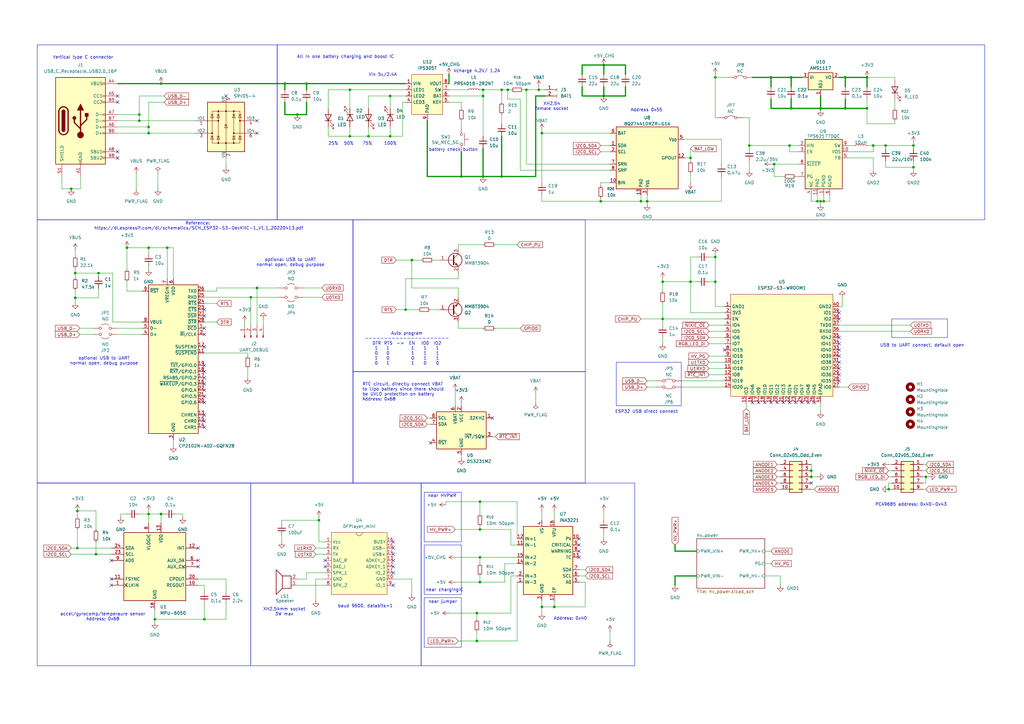
<source format=kicad_sch>
(kicad_sch (version 20250114) (generator "eeschema") (generator_version "9.0")
  (paper "A3")
  (rectangle (start 173.99 201.93) (end 189.23 222.25))
  (rectangle (start 365.76 130.81) (end 388.62 138.43))
  (rectangle (start 252.73 148.59) (end 279.4 166.37))
  (rectangle (start 113.665 18.415) (end 403.86 90.17))
  (rectangle (start 144.78 152.4) (end 240.03 198.12))
  (rectangle (start 102.87 198.12) (end 172.72 273.05))
  (rectangle (start 15.24 18.415) (end 113.665 90.17))
  (rectangle (start 144.78 90.17) (end 240.03 152.4))
  (rectangle (start 172.72 198.12) (end 260.35 273.05))
  (rectangle (start 15.24 90.17) (end 144.78 198.12))
  (rectangle (start 173.99 223.52) (end 189.23 243.84))
  (rectangle (start 173.99 245.11) (end 189.23 265.43))
  (rectangle (start 15.24 198.12) (end 102.87 273.05))
  (text "optional USB to UART\nnormal open, debug purpose" (at 119.126 107.696 0) (effects (font (size 1.27 1.27))))
  (text "optional USB to UART\nnormal open, debug purpose" (at 42.672 148.082 0) (effects (font (size 1.27 1.27))))
  (text "near HVPWR" (at 181.356 203.454 0) (effects (font (size 1.27 1.27))))
  (text "Auto program\n----------------------\nDTR	RTS	->	EN	IO0	IO2\n1	1		1	1	1\n0	0		1	1	1\n1	0		0	1	1\n0	1		1	0	0" (at 166.878 143.002 0) (effects (font (size 1.27 1.27))))
  (text "Reference: \nhttps://dl.espressif.com/dl/schematics/SCH_ESP32-S3-DevKitC-1_V1.1_20220413.pdf" (at 81.534 92.71 0) (effects (font (size 1.27 1.27))))
  (text "ESP32 USB direct connect" (at 265.176 168.91 0) (effects (font (size 1.27 1.27))))
  (text "XH2.54mm socket\n3W max" (at 116.586 250.952 0) (effects (font (size 1.27 1.27))))
  (text "USB to UART connect, default open" (at 378.206 141.732 0) (effects (font (size 1.27 1.27))))
  (text "baud 9600, databits=1" (at 149.86 248.666 0) (effects (font (size 1.27 1.27))))
  (text "Vcharge 4.2V/ 1.2A" (at 195.58 29.21 0) (effects (font (size 1.27 1.27))))
  (text "near jumper" (at 181.61 246.888 0) (effects (font (size 1.27 1.27))))
  (text "All in one battery charging and boost IC" (at 141.732 23.368 0) (effects (font (size 1.27 1.27))))
  (text "battery check button" (at 185.928 61.468 0) (effects (font (size 1.27 1.27))))
  (text "75%" (at 148.59 59.69 0) (effects (font (size 1.27 1.27)) (justify left bottom)))
  (text "50%" (at 140.97 59.69 0) (effects (font (size 1.27 1.27)) (justify left bottom)))
  (text "accel/gyrocomp/temperaure sensor\nAddress: 0x68" (at 42.164 252.984 0) (effects (font (size 1.27 1.27))))
  (text "Address: 0x40" (at 233.934 253.746 0) (effects (font (size 1.27 1.27))))
  (text "Vin 5v/2.4A" (at 156.972 30.734 0) (effects (font (size 1.27 1.27))))
  (text "Vertical type C connector" (at 34.036 23.622 0) (effects (font (size 1.27 1.27))))
  (text "XH2.54\nfemale socket" (at 226.314 43.688 0) (effects (font (size 1.27 1.27))))
  (text "near chargingIC" (at 182.372 242.062 0) (effects (font (size 1.27 1.27))))
  (text "Address 0x55" (at 265.176 45.212 0) (effects (font (size 1.27 1.27))))
  (text "PCA9685 address: 0x40-0x43" (at 373.634 207.01 0) (effects (font (size 1.27 1.27))))
  (text "100%" (at 157.48 59.69 0) (effects (font (size 1.27 1.27)) (justify left bottom)))
  (text "RTC circuit, directly connect VBAT \nto Lipo battery since there should\nbe UVLO protection on battery\nAddress: 0x68" (at 148.59 160.782 0) (effects (font (size 1.27 1.27)) (justify left)))
  (text "25%" (at 134.62 59.69 0) (effects (font (size 1.27 1.27)) (justify left bottom)))
  (junction (at 57.15 49.53))
  (junction (at 337.82 82.55))
  (junction (at 332.74 193.04))
  (junction (at 151.13 55.88))
  (junction (at 208.28 36.83))
  (junction (at 195.58 251.46))
  (junction (at 271.78 130.81))
  (junction (at 121.92 46.99))
  (junction (at 293.37 115.57))
  (junction (at 31.75 209.55))
  (junction (at 262.89 82.55))
  (junction (at 189.23 72.39))
  (junction (at 60.96 52.07))
  (junction (at 336.55 82.55))
  (junction (at 68.58 101.6))
  (junction (at 31.75 224.79))
  (junction (at 346.71 31.75))
  (junction (at 222.25 248.92))
  (junction (at 102.87 121.92))
  (junction (at 29.21 77.47))
  (junction (at 379.73 195.58))
  (junction (at 166.37 127))
  (junction (at 324.485 31.75))
  (junction (at 205.74 36.83))
  (junction (at 105.41 118.11))
  (junction (at 130.81 213.36))
  (junction (at 196.85 238.76))
  (junction (at 336.55 44.45))
  (junction (at 198.12 72.39))
  (junction (at 83.82 254))
  (junction (at 323.85 59.69))
  (junction (at 215.9 36.83))
  (junction (at 30.861 122.174))
  (junction (at 283.21 115.57))
  (junction (at 364.49 200.66))
  (junction (at 358.14 59.69))
  (junction (at 52.07 101.6))
  (junction (at 355.6 31.75))
  (junction (at 227.33 248.92))
  (junction (at 168.91 106.68))
  (junction (at 60.96 101.6))
  (junction (at 196.85 228.6))
  (junction (at 307.34 59.69))
  (junction (at 220.98 36.83))
  (junction (at 283.21 64.77))
  (junction (at 271.78 115.57))
  (junction (at 116.84 34.29))
  (junction (at 374.65 68.58))
  (junction (at 293.37 105.41))
  (junction (at 247.65 26.67))
  (junction (at 332.74 195.58))
  (junction (at 66.04 210.82))
  (junction (at 363.22 59.69))
  (junction (at 125.73 34.29))
  (junction (at 246.38 82.55))
  (junction (at 195.58 262.89))
  (junction (at 222.25 54.61))
  (junction (at 324.485 44.45))
  (junction (at 293.37 31.75))
  (junction (at 205.74 72.39))
  (junction (at 196.85 205.74))
  (junction (at 346.71 44.45))
  (junction (at 66.04 34.29))
  (junction (at 160.02 39.37))
  (junction (at 160.02 55.88))
  (junction (at 57.15 46.99))
  (junction (at 40.386 112.014))
  (junction (at 247.65 39.37))
  (junction (at 265.43 82.55))
  (junction (at 355.6 44.45))
  (junction (at 60.96 210.82))
  (junction (at 316.23 31.75))
  (junction (at 374.65 59.69))
  (junction (at 198.12 39.37))
  (junction (at 39.37 227.33))
  (junction (at 335.28 82.55))
  (junction (at 63.5 254))
  (junction (at 30.861 112.014))
  (junction (at 317.5 67.31))
  (junction (at 60.96 54.61))
  (junction (at 198.12 36.83))
  (junction (at 143.51 36.83))
  (junction (at 143.51 55.88))
  (junction (at 196.85 217.17))
  (no_connect (at 161.29 234.95))
  (no_connect (at 83.82 172.72))
  (no_connect (at 83.82 129.54))
  (no_connect (at 83.82 149.86))
  (no_connect (at 237.49 228.6))
  (no_connect (at 237.49 220.98))
  (no_connect (at 133.35 229.87))
  (no_connect (at 161.29 229.87))
  (no_connect (at 344.17 140.97))
  (no_connect (at 83.82 127))
  (no_connect (at 344.17 151.13))
  (no_connect (at 344.17 143.51))
  (no_connect (at 83.82 137.16))
  (no_connect (at 48.26 64.77))
  (no_connect (at 92.71 39.37))
  (no_connect (at 161.29 227.33))
  (no_connect (at 81.28 229.87))
  (no_connect (at 83.82 165.1))
  (no_connect (at 83.82 154.94))
  (no_connect (at 297.18 143.51))
  (no_connect (at 344.17 130.81))
  (no_connect (at 83.82 175.26))
  (no_connect (at 48.26 39.37))
  (no_connect (at 344.17 148.59))
  (no_connect (at 105.41 54.61))
  (no_connect (at 83.82 142.24))
  (no_connect (at 83.82 170.18))
  (no_connect (at 344.17 138.43))
  (no_connect (at 311.15 165.1))
  (no_connect (at 161.29 232.41))
  (no_connect (at 48.26 62.23))
  (no_connect (at 48.26 41.91))
  (no_connect (at 323.85 165.1))
  (no_connect (at 201.93 171.45))
  (no_connect (at 308.61 165.1))
  (no_connect (at 83.82 162.56))
  (no_connect (at 318.77 165.1))
  (no_connect (at 344.17 128.27))
  (no_connect (at 331.47 165.1))
  (no_connect (at 45.72 237.49))
  (no_connect (at 321.31 165.1))
  (no_connect (at 83.82 134.62))
  (no_connect (at 334.01 165.1))
  (no_connect (at 161.29 240.03))
  (no_connect (at 161.29 224.79))
  (no_connect (at 81.28 232.41))
  (no_connect (at 328.93 165.1))
  (no_connect (at 133.35 232.41))
  (no_connect (at 237.49 226.06))
  (no_connect (at 83.82 157.48))
  (no_connect (at 326.39 165.1))
  (no_connect (at 344.17 156.21))
  (no_connect (at 45.72 229.87))
  (no_connect (at 83.82 152.4))
  (no_connect (at 237.49 223.52))
  (no_connect (at 313.69 165.1))
  (no_connect (at 105.41 49.53))
  (no_connect (at 83.82 160.02))
  (no_connect (at 332.74 198.12))
  (no_connect (at 344.17 153.67))
  (no_connect (at 45.72 240.03))
  (no_connect (at 344.17 146.05))
  (no_connect (at 176.53 181.61))
  (no_connect (at 316.23 165.1))
  (no_connect (at 161.29 222.25))
  (no_connect (at 81.28 224.79))
  (wire (pts (xy 165.1 55.88) (xy 160.02 55.88)))
  (wire (pts (xy 129.54 224.79) (xy 133.35 224.79)))
  (wire (pts (xy 166.37 36.83) (xy 143.51 36.83)))
  (wire (pts (xy 92.71 64.77) (xy 92.71 68.58)))
  (wire (pts (xy 198.12 60.96) (xy 198.12 72.39)) (stroke (width 0.5)))
  (wire (pts (xy 283.21 64.77) (xy 283.21 66.04)))
  (wire (pts (xy 364.49 190.5) (xy 365.76 190.5)))
  (wire (pts (xy 297.18 128.27) (xy 283.21 128.27)))
  (wire (pts (xy 363.22 68.58) (xy 374.65 68.58)))
  (wire (pts (xy 116.84 41.91) (xy 116.84 46.99)) (stroke (width 0.5)))
  (wire (pts (xy 175.26 173.99) (xy 176.53 173.99)))
  (wire (pts (xy 46.228 112.014) (xy 40.386 112.014)))
  (wire (pts (xy 182.88 205.74) (xy 196.85 205.74)))
  (wire (pts (xy 161.29 237.49) (xy 168.91 237.49)))
  (wire (pts (xy 332.74 195.58) (xy 335.28 195.58)))
  (wire (pts (xy 374.65 58.42) (xy 374.65 59.69)))
  (wire (pts (xy 307.34 59.69) (xy 307.34 60.96)))
  (wire (pts (xy 88.9 119.38) (xy 88.9 118.11)))
  (wire (pts (xy 285.75 226.06) (xy 276.86 226.06)) (stroke (width 0.5)))
  (wire (pts (xy 186.69 228.6) (xy 196.85 228.6)))
  (wire (pts (xy 340.36 82.55) (xy 340.36 80.01)))
  (wire (pts (xy 166.37 39.37) (xy 160.02 39.37)))
  (wire (pts (xy 176.53 127) (xy 180.34 127)))
  (wire (pts (xy 215.9 67.31) (xy 250.19 67.31)))
  (wire (pts (xy 238.76 26.67) (xy 247.65 26.67)) (stroke (width 0.5)))
  (wire (pts (xy 250.19 259.08) (xy 250.19 262.89)))
  (wire (pts (xy 30.861 110.109) (xy 30.861 112.014)))
  (wire (pts (xy 52.07 101.6) (xy 60.96 101.6)))
  (wire (pts (xy 116.84 46.99) (xy 121.92 46.99)) (stroke (width 0.5)))
  (wire (pts (xy 346.71 35.56) (xy 346.71 31.75)) (stroke (width 0.5)))
  (wire (pts (xy 130.81 212.09) (xy 130.81 213.36)))
  (wire (pts (xy 290.83 140.97) (xy 297.18 140.97)))
  (wire (pts (xy 52.07 101.6) (xy 52.07 110.49)))
  (wire (pts (xy 358.14 59.69) (xy 358.14 62.23)))
  (wire (pts (xy 48.26 134.62) (xy 58.42 134.62)))
  (wire (pts (xy 49.53 210.82) (xy 52.07 210.82)))
  (wire (pts (xy 285.75 236.22) (xy 276.86 236.22)) (stroke (width 0.5)))
  (wire (pts (xy 83.82 124.46) (xy 88.9 124.46)))
  (wire (pts (xy 347.98 59.69) (xy 350.52 59.69)))
  (wire (pts (xy 335.28 80.01) (xy 335.28 82.55)))
  (wire (pts (xy 31.75 224.79) (xy 45.72 224.79)))
  (wire (pts (xy 55.88 71.12) (xy 55.88 77.47)))
  (wire (pts (xy 100.33 132.08) (xy 100.33 133.35)))
  (wire (pts (xy 166.37 114.3) (xy 166.37 127)))
  (wire (pts (xy 364.49 200.66) (xy 365.76 200.66)))
  (wire (pts (xy 29.21 227.33) (xy 39.37 227.33)))
  (wire (pts (xy 203.2 100.33) (xy 212.09 100.33)))
  (wire (pts (xy 175.26 171.45) (xy 176.53 171.45)))
  (wire (pts (xy 203.2 179.07) (xy 201.93 179.07)))
  (wire (pts (xy 290.83 138.43) (xy 297.18 138.43)))
  (wire (pts (xy 124.46 121.92) (xy 132.08 121.92)))
  (wire (pts (xy 92.71 247.65) (xy 92.71 254)))
  (wire (pts (xy 355.6 40.64) (xy 355.6 44.45)))
  (wire (pts (xy 317.5 67.31) (xy 316.23 67.31)))
  (wire (pts (xy 121.92 240.03) (xy 133.35 240.03)))
  (wire (pts (xy 345.44 125.73) (xy 344.17 125.73)))
  (wire (pts (xy 347.98 64.77) (xy 358.14 64.77)))
  (wire (pts (xy 168.91 106.68) (xy 172.72 106.68)))
  (wire (pts (xy 198.12 72.39) (xy 203.2 72.39)))
  (wire (pts (xy 324.485 44.45) (xy 336.55 44.45)) (stroke (width 0.5)))
  (wire (pts (xy 196.85 217.17) (xy 196.85 215.9)))
  (wire (pts (xy 189.23 186.69) (xy 189.23 187.96)))
  (wire (pts (xy 134.62 55.88) (xy 134.62 52.07)))
  (wire (pts (xy 271.78 138.43) (xy 271.78 140.97)))
  (wire (pts (xy 48.26 34.29) (xy 66.04 34.29)) (stroke (width 0.5)))
  (wire (pts (xy 293.37 105.41) (xy 293.37 115.57)))
  (wire (pts (xy 324.485 31.75) (xy 328.93 31.75)) (stroke (width 0.5)))
  (wire (pts (xy 67.31 210.82) (xy 66.04 210.82)))
  (wire (pts (xy 290.83 146.05) (xy 297.18 146.05)))
  (wire (pts (xy 66.04 210.82) (xy 60.96 210.82)))
  (wire (pts (xy 222.25 209.55) (xy 222.25 213.36)))
  (wire (pts (xy 39.37 227.33) (xy 45.72 227.33)))
  (wire (pts (xy 168.91 237.49) (xy 168.91 243.84)))
  (wire (pts (xy 318.77 198.12) (xy 320.04 198.12)))
  (wire (pts (xy 318.77 193.04) (xy 320.04 193.04)))
  (wire (pts (xy 247.65 39.37) (xy 238.76 39.37)) (stroke (width 0.5)))
  (wire (pts (xy 334.01 200.66) (xy 332.74 200.66)))
  (wire (pts (xy 184.15 39.37) (xy 198.12 39.37)))
  (wire (pts (xy 187.96 134.62) (xy 198.12 134.62)))
  (wire (pts (xy 116.84 34.29) (xy 116.84 36.83)) (stroke (width 0.5)))
  (wire (pts (xy 198.12 72.39) (xy 189.23 72.39)) (stroke (width 0.5)))
  (wire (pts (xy 222.25 53.34) (xy 222.25 54.61)))
  (wire (pts (xy 182.88 205.74) (xy 182.88 207.01)))
  (wire (pts (xy 295.91 57.15) (xy 295.91 67.31)))
  (wire (pts (xy 214.63 36.83) (xy 215.9 36.83)))
  (wire (pts (xy 83.82 132.08) (xy 88.9 132.08)))
  (wire (pts (xy 81.28 240.03) (xy 83.82 240.03)))
  (wire (pts (xy 265.43 82.55) (xy 295.91 82.55)))
  (wire (pts (xy 240.03 236.22) (xy 237.49 236.22)))
  (wire (pts (xy 184.15 41.91) (xy 189.23 41.91)))
  (wire (pts (xy 198.12 39.37) (xy 198.12 55.88)))
  (wire (pts (xy 72.39 210.82) (xy 74.93 210.82)))
  (wire (pts (xy 107.95 130.81) (xy 107.95 133.35)))
  (wire (pts (xy 60.96 210.82) (xy 60.96 214.63)))
  (wire (pts (xy 187.96 100.33) (xy 187.96 101.6)))
  (wire (pts (xy 25.4 72.39) (xy 25.4 77.47)))
  (wire (pts (xy 280.67 57.15) (xy 295.91 57.15)))
  (wire (pts (xy 116.84 34.29) (xy 125.73 34.29)) (stroke (width 0.5)))
  (wire (pts (xy 271.78 115.57) (xy 283.21 115.57)))
  (wire (pts (xy 60.96 41.91) (xy 60.96 52.07)))
  (wire (pts (xy 60.96 54.61) (xy 80.01 54.61)))
  (wire (pts (xy 324.485 31.75) (xy 324.485 35.56)) (stroke (width 0.5)))
  (wire (pts (xy 280.67 64.77) (xy 283.21 64.77)))
  (wire (pts (xy 336.55 83.82) (xy 336.55 82.55)))
  (wire (pts (xy 219.71 39.37) (xy 219.71 72.39)) (stroke (width 0.5)))
  (wire (pts (xy 336.55 44.45) (xy 346.71 44.45)) (stroke (width 0.5)))
  (wire (pts (xy 290.83 151.13) (xy 297.18 151.13)))
  (wire (pts (xy 262.89 82.55) (xy 265.43 82.55)))
  (wire (pts (xy 336.55 82.55) (xy 337.82 82.55)))
  (wire (pts (xy 63.5 254) (xy 63.5 255.27)))
  (wire (pts (xy 25.4 77.47) (xy 29.21 77.47)))
  (wire (pts (xy 166.37 127) (xy 171.45 127)))
  (wire (pts (xy 92.71 242.57) (xy 92.71 237.49)))
  (wire (pts (xy 215.9 36.83) (xy 215.9 67.31)))
  (wire (pts (xy 83.82 144.78) (xy 101.6 144.78)))
  (wire (pts (xy 67.31 39.37) (xy 57.15 39.37)))
  (wire (pts (xy 48.26 46.99) (xy 57.15 46.99)))
  (wire (pts (xy 306.07 165.1) (xy 306.07 167.64)))
  (wire (pts (xy 307.34 48.26) (xy 307.34 59.69)))
  (wire (pts (xy 283.21 105.41) (xy 285.75 105.41)))
  (wire (pts (xy 344.17 133.35) (xy 373.38 133.35)))
  (wire (pts (xy 323.85 62.23) (xy 323.85 59.69)))
  (wire (pts (xy 209.55 223.52) (xy 212.09 223.52)))
  (wire (pts (xy 271.78 130.81) (xy 297.18 130.81)))
  (wire (pts (xy 196.85 217.17) (xy 209.55 217.17)))
  (wire (pts (xy 290.83 115.57) (xy 293.37 115.57)))
  (wire (pts (xy 332.74 80.01) (xy 332.74 82.55)))
  (wire (pts (xy 189.23 165.1) (xy 189.23 166.37)))
  (wire (pts (xy 31.75 209.55) (xy 39.37 209.55)))
  (wire (pts (xy 212.09 220.98) (xy 212.09 205.74)))
  (wire (pts (xy 187.96 114.3) (xy 166.37 114.3)))
  (wire (pts (xy 83.82 121.92) (xy 102.87 121.92)))
  (wire (pts (xy 213.36 40.64) (xy 208.28 40.64)))
  (wire (pts (xy 125.73 234.95) (xy 133.35 234.95)))
  (wire (pts (xy 265.43 156.21) (xy 269.24 156.21)))
  (wire (pts (xy 240.03 248.92) (xy 227.33 248.92)))
  (wire (pts (xy 196.85 228.6) (xy 212.09 228.6)))
  (wire (pts (xy 63.5 250.19) (xy 63.5 254)))
  (wire (pts (xy 195.58 251.46) (xy 209.55 251.46)))
  (wire (pts (xy 283.21 71.12) (xy 283.21 74.93)))
  (wire (pts (xy 297.18 125.73) (xy 293.37 125.73)))
  (wire (pts (xy 222.25 82.55) (xy 246.38 82.55)))
  (wire (pts (xy 205.74 72.39) (xy 219.71 72.39)) (stroke (width 0.5)))
  (wire (pts (xy 29.21 224.79) (xy 31.75 224.79)))
  (wire (pts (xy 374.65 59.69) (xy 374.65 60.96)))
  (wire (pts (xy 115.57 214.63) (xy 115.57 213.36)))
  (wire (pts (xy 52.07 115.57) (xy 52.07 119.38)))
  (wire (pts (xy 215.9 36.83) (xy 220.98 36.83)))
  (wire (pts (xy 378.46 195.58) (xy 379.73 195.58)))
  (wire (pts (xy 88.9 118.11) (xy 105.41 118.11)))
  (wire (pts (xy 246.38 76.2) (xy 246.38 74.93)))
  (wire (pts (xy 337.82 82.55) (xy 340.36 82.55)))
  (wire (pts (xy 30.861 102.489) (xy 30.861 105.029)))
  (wire (pts (xy 207.01 231.14) (xy 207.01 238.76)))
  (wire (pts (xy 186.69 238.76) (xy 196.85 238.76)))
  (wire (pts (xy 71.12 114.3) (xy 71.12 101.6)))
  (wire (pts (xy 355.6 59.69) (xy 358.14 59.69)))
  (wire (pts (xy 365.76 198.12) (xy 364.49 198.12)))
  (wire (pts (xy 168.91 118.11) (xy 168.91 106.68)))
  (wire (pts (xy 293.37 48.26) (xy 293.37 31.75)))
  (wire (pts (xy 115.57 219.71) (xy 115.57 222.25)))
  (wire (pts (xy 105.41 118.11) (xy 114.3 118.11)))
  (wire (pts (xy 129.54 237.49) (xy 129.54 246.38)))
  (wire (pts (xy 195.58 251.46) (xy 195.58 254)))
  (wire (pts (xy 134.62 36.83) (xy 134.62 44.45)))
  (wire (pts (xy 265.43 158.75) (xy 269.24 158.75)))
  (wire (pts (xy 186.69 217.17) (xy 196.85 217.17)))
  (wire (pts (xy 238.76 35.56) (xy 238.76 39.37)) (stroke (width 0.5)))
  (wire (pts (xy 262.89 80.01) (xy 262.89 82.55)))
  (wire (pts (xy 363.22 59.69) (xy 374.65 59.69)))
  (wire (pts (xy 346.71 31.75) (xy 355.6 31.75)) (stroke (width 0.5)))
  (wire (pts (xy 355.6 31.75) (xy 355.6 35.56)) (stroke (width 0.5)))
  (wire (pts (xy 186.69 160.02) (xy 186.69 166.37)))
  (wire (pts (xy 332.74 190.5) (xy 332.74 193.04)))
  (wire (pts (xy 323.85 59.69) (xy 327.66 59.69)))
  (wire (pts (xy 336.55 39.37) (xy 336.55 44.45)) (stroke (width 0.5)))
  (wire (pts (xy 317.5 72.39) (xy 317.5 67.31)))
  (wire (pts (xy 125.73 41.91) (xy 125.73 46.99)) (stroke (width 0.5)))
  (wire (pts (xy 83.82 240.03) (xy 83.82 242.57)))
  (wire (pts (xy 48.26 52.07) (xy 60.96 52.07)))
  (wire (pts (xy 271.78 130.81) (xy 271.78 133.35)))
  (wire (pts (xy 219.71 39.37) (xy 223.52 39.37)) (stroke (width 0.5)))
  (wire (pts (xy 31.75 209.55) (xy 31.75 212.09)))
  (wire (pts (xy 83.82 119.38) (xy 88.9 119.38)))
  (wire (pts (xy 238.76 26.67) (xy 238.76 30.48)) (stroke (width 0.5)))
  (wire (pts (xy 189.23 62.23) (xy 189.23 72.39)) (stroke (width 0.5)))
  (wire (pts (xy 293.37 105.41) (xy 293.37 104.14)))
  (wire (pts (xy 133.35 237.49) (xy 129.54 237.49)))
  (wire (pts (xy 196.85 205.74) (xy 196.85 210.82)))
  (wire (pts (xy 198.12 39.37) (xy 198.12 36.83)))
  (wire (pts (xy 240.03 238.76) (xy 240.03 248.92)))
  (wire (pts (xy 57.15 39.37) (xy 57.15 46.99)))
  (wire (pts (xy 32.766 134.62) (xy 38.1 134.62)))
  (wire (pts (xy 203.2 134.62) (xy 213.36 134.62)))
  (wire (pts (xy 246.38 82.55) (xy 262.89 82.55)))
  (wire (pts (xy 187.96 111.76) (xy 187.96 114.3)))
  (wire (pts (xy 67.31 41.91) (xy 60.96 41.91)))
  (wire (pts (xy 283.21 115.57) (xy 285.75 115.57)))
  (wire (pts (xy 364.49 198.12) (xy 364.49 200.66)))
  (wire (pts (xy 39.37 209.55) (xy 39.37 217.17)))
  (wire (pts (xy 358.14 59.69) (xy 363.22 59.69)))
  (wire (pts (xy 83.82 247.65) (xy 83.82 254)))
  (wire (pts (xy 165.1 41.91) (xy 165.1 55.88)))
  (wire (pts (xy 283.21 60.96) (xy 283.21 64.77)))
  (wire (pts (xy 30.861 112.014) (xy 30.861 113.919)))
  (wire (pts (xy 316.23 44.45) (xy 324.485 44.45)) (stroke (width 0.5)))
  (wire (pts (xy 143.51 52.07) (xy 143.51 55.88)))
  (wire (pts (xy 326.39 72.39) (xy 327.66 72.39)))
  (wire (pts (xy 196.85 238.76) (xy 196.85 236.22)))
  (wire (pts (xy 151.13 39.37) (xy 151.13 44.45)))
  (wire (pts (xy 316.23 40.64) (xy 316.23 44.45)) (stroke (width 0.5)))
  (wire (pts (xy 121.92 46.99) (xy 125.73 46.99)) (stroke (width 0.5)))
  (wire (pts (xy 379.73 190.5) (xy 378.46 190.5)))
  (wire (pts (xy 143.51 36.83) (xy 134.62 36.83)))
  (wire (pts (xy 283.21 105.41) (xy 283.21 115.57)))
  (wire (pts (xy 293.37 48.26) (xy 294.64 48.26)))
  (wire (pts (xy 247.65 218.44) (xy 247.65 220.98)))
  (wire (pts (xy 374.65 66.04) (xy 374.65 68.58)))
  (wire (pts (xy 313.69 236.22) (xy 320.04 236.22)))
  (wire (pts (xy 81.28 237.49) (xy 92.71 237.49)))
  (wire (pts (xy 347.98 62.23) (xy 358.14 62.23)))
  (wire (pts (xy 160.02 39.37) (xy 160.02 44.45)))
  (wire (pts (xy 364.49 193.04) (xy 365.76 193.04)))
  (wire (pts (xy 64.77 71.12) (xy 64.77 77.47)))
  (wire (pts (xy 379.73 193.04) (xy 378.46 193.04)))
  (wire (pts (xy 219.71 161.29) (xy 219.71 165.1)))
  (wire (pts (xy 363.22 66.04) (xy 363.22 68.58)))
  (wire (pts (xy 337.82 80.01) (xy 337.82 82.55)))
  (wire (pts (xy 129.54 227.33) (xy 133.35 227.33)))
  (wire (pts (xy 198.12 100.33) (xy 187.96 100.33)))
  (wire (pts (xy 323.85 62.23) (xy 327.66 62.23)))
  (wire (pts (xy 151.13 55.88) (xy 143.51 55.88)))
  (wire (pts (xy 40.386 118.364) (xy 40.386 122.174)))
  (wire (pts (xy 151.13 52.07) (xy 151.13 55.88)))
  (wire (pts (xy 262.89 130.81) (xy 271.78 130.81)))
  (wire (pts (xy 32.766 137.16) (xy 38.1 137.16)))
  (wire (pts (xy 207.01 231.14) (xy 212.09 231.14)))
  (wire (pts (xy 246.38 62.23) (xy 250.19 62.23)))
  (wire (pts (xy 313.69 226.06) (xy 316.23 226.06)))
  (wire (pts (xy 57.15 49.53) (xy 80.01 49.53)))
  (wire (pts (xy 363.22 59.69) (xy 363.22 60.96)))
  (wire (pts (xy 101.6 151.13) (xy 101.6 154.94)))
  (wire (pts (xy 92.71 254) (xy 83.82 254)))
  (wire (pts (xy 187.96 118.11) (xy 168.91 118.11)))
  (wire (pts (xy 279.4 156.21) (xy 297.18 156.21)))
  (wire (pts (xy 320.04 236.22) (xy 320.04 240.03)))
  (wire (pts (xy 101.6 144.78) (xy 101.6 146.05)))
  (wire (pts (xy 48.26 137.16) (xy 58.42 137.16)))
  (wire (pts (xy 332.74 82.55) (xy 335.28 82.55)))
  (wire (pts (xy 321.31 72.39) (xy 317.5 72.39)))
  (wire (pts (xy 220.98 35.56) (xy 220.98 36.83)))
  (wire (pts (xy 162.56 106.68) (xy 168.91 106.68)))
  (wire (pts (xy 256.54 35.56) (xy 256.54 39.37)) (stroke (width 0.5)))
  (wire (pts (xy 374.65 69.85) (xy 374.65 68.58)))
  (wire (pts (xy 63.5 254) (xy 83.82 254)))
  (wire (pts (xy 240.03 233.68) (xy 237.49 233.68)))
  (wire (pts (xy 293.37 115.57) (xy 293.37 125.73)))
  (wire (pts (xy 205.74 41.91) (xy 205.74 36.83)))
  (wire (pts (xy 31.75 217.17) (xy 31.75 224.79)))
  (wire (pts (xy 227.33 209.55) (xy 227.33 213.36)))
  (wire (pts (xy 205.74 55.88) (xy 205.74 72.39)) (stroke (width 0.5)))
  (wire (pts (xy 46.228 132.08) (xy 46.228 112.014)))
  (wire (pts (xy 290.83 135.89) (xy 297.18 135.89)))
  (wire (pts (xy 318.77 200.66) (xy 320.04 200.66)))
  (wire (pts (xy 247.65 209.55) (xy 247.65 213.36)))
  (wire (pts (xy 57.15 46.99) (xy 57.15 49.53)))
  (wire (pts (xy 198.12 36.83) (xy 196.85 36.83)))
  (wire (pts (xy 367.03 50.8) (xy 355.6 50.8)))
  (wire (pts (xy 316.23 31.75) (xy 308.61 31.75)))
  (wire (pts (xy 60.96 109.22) (xy 60.96 110.49)))
  (wire (pts (xy 213.36 69.85) (xy 250.19 69.85)))
  (wire (pts (xy 293.37 31.75) (xy 293.37 30.48)))
  (wire (pts (xy 208.28 36.83) (xy 209.55 36.83)))
  (wire (pts (xy 102.87 121.92) (xy 102.87 133.35)))
  (wire (pts (xy 160.02 39.37) (xy 151.13 39.37)))
  (wire (pts (xy 265.43 82.55) (xy 265.43 83.82)))
  (wire (pts (xy 346.71 40.64) (xy 346.71 44.45)) (stroke (width 0.5)))
  (wire (pts (xy 293.37 31.75) (xy 298.45 31.75)))
  (wire (pts (xy 379.73 198.12) (xy 379.73 195.58)))
  (wire (pts (xy 276.86 226.06) (xy 276.86 223.52)) (stroke (width 0.5)))
  (wire (pts (xy 208.28 40.64) (xy 208.28 36.83)))
  (wire (pts (xy 60.96 101.6) (xy 60.96 104.14)))
  (wire (pts (xy 227.33 246.38) (xy 227.33 248.92)))
  (wire (pts (xy 66.04 214.63) (xy 66.04 210.82)))
  (wire (pts (xy 222.25 248.92) (xy 227.33 248.92)))
  (wire (pts (xy 247.65 26.67) (xy 256.54 26.67)) (stroke (width 0.5)))
  (wire (pts (xy 246.38 59.69) (xy 250.19 59.69)))
  (wire (pts (xy 316.23 31.75) (xy 308.61 31.75)) (stroke (width 0.5)))
  (wire (pts (xy 317.5 67.31) (xy 327.66 67.31)))
  (wire (pts (xy 222.25 54.61) (xy 222.25 74.93)))
  (wire (pts (xy 57.15 210.82) (xy 60.96 210.82)))
  (wire (pts (xy 74.93 210.82) (xy 74.93 212.09)))
  (wire (pts (xy 344.17 31.75) (xy 346.71 31.75)) (stroke (width 0.5)))
  (wire (pts (xy 189.23 41.91) (xy 189.23 44.45)))
  (wire (pts (xy 46.228 132.08) (xy 58.42 132.08)))
  (wire (pts (xy 143.51 55.88) (xy 134.62 55.88)))
  (wire (pts (xy 195.58 262.89) (xy 212.09 262.89)))
  (wire (pts (xy 367.03 33.02) (xy 367.03 31.75)))
  (wire (pts (xy 68.58 101.6) (xy 71.12 101.6)))
  (wire (pts (xy 378.46 198.12) (xy 379.73 198.12)))
  (wire (pts (xy 184.15 36.83) (xy 191.77 36.83)))
  (wire (pts (xy 256.54 26.67) (xy 256.54 30.48)) (stroke (width 0.5)))
  (wire (pts (xy 290.83 133.35) (xy 297.18 133.35)))
  (wire (pts (xy 222.25 246.38) (xy 222.25 248.92)))
  (wire (pts (xy 271.78 119.38) (xy 271.78 115.57)))
  (wire (pts (xy 355.6 50.8) (xy 355.6 44.45)))
  (wire (pts (xy 295.91 72.39) (xy 295.91 82.55)))
  (wire (pts (xy 189.23 49.53) (xy 189.23 52.07)))
  (wire (pts (xy 213.36 40.64) (xy 213.36 69.85)))
  (wire (pts (xy 125.73 34.29) (xy 125.73 36.83)) (stroke (width 0.5)))
  (wire (pts (xy 130.81 222.25) (xy 130.81 213.36)))
  (wire (pts (xy 316.23 231.14) (xy 313.69 231.14)))
  (wire (pts (xy 332.74 193.04) (xy 332.74 195.58)))
  (wire (pts (xy 133.35 222.25) (xy 130.81 222.25)))
  (wire (pts (xy 335.28 82.55) (xy 336.55 82.55)))
  (wire (pts (xy 121.92 237.49) (xy 125.73 237.49)))
  (wire (pts (xy 345.44 121.92) (xy 345.44 125.73)))
  (wire (pts (xy 189.23 72.39) (xy 175.26 72.39)) (stroke (width 0.5)))
  (wire (pts (xy 358.14 69.85) (xy 358.14 64.77)))
  (wire (pts (xy 250.19 74.93) (xy 246.38 74.93)))
  (wire (pts (xy 175.26 49.53) (xy 175.26 72.39)) (stroke (width 0.5)))
  (wire (pts (xy 336.55 44.45) (xy 336.55 45.085)) (stroke (width 0.5)))
  (wire (pts (xy 212.09 262.89) (xy 212.09 238.76)))
  (wire (pts (xy 60.96 52.07) (xy 60.96 54.61)))
  (wire (pts (xy 290.83 153.67) (xy 297.18 153.67)))
  (wire (pts (xy 60.96 101.6) (xy 68.58 101.6)))
  (wire (pts (xy 187.96 132.08) (xy 187.96 134.62)))
  (wire (pts (xy 184.15 30.48) (xy 184.15 34.29)) (stroke (width 0.5)))
  (wire (pts (xy 220.98 36.83) (xy 223.52 36.83)))
  (wire (pts (xy 196.85 228.6) (xy 196.85 231.14)))
  (wire (pts (xy 196.85 238.76) (xy 207.01 238.76)))
  (wire (pts (xy 276.86 236.22) (xy 276.86 240.03)) (stroke (width 0.5)))
  (wire (pts (xy 247.65 35.56) (xy 247.65 39.37)) (stroke (width 0.5)))
  (wire (pts (xy 271.78 124.46) (xy 271.78 130.81)))
  (wire (pts (xy 102.87 121.92) (xy 114.3 121.92)))
  (wire (pts (xy 318.77 195.58) (xy 320.04 195.58)))
  (wire (pts (xy 30.861 112.014) (xy 40.386 112.014)))
  (wire (pts (xy 378.46 200.66) (xy 379.73 200.66)))
  (wire (pts (xy 68.58 101.6) (xy 68.58 114.3)))
  (wire (pts (xy 48.26 54.61) (xy 60.96 54.61)))
  (wire (pts (xy 344.17 135.89) (xy 373.38 135.89)))
  (wire (pts (xy 115.57 213.36) (xy 130.81 213.36)))
  (wire (pts (xy 39.37 222.25) (xy 39.37 227.33)))
  (wire (pts (xy 166.37 34.29) (xy 125.73 34.29)) (stroke (width 0.5)))
  (wire (pts (xy 48.26 49.53) (xy 57.15 49.53)))
  (wire (pts (xy 247.65 26.67) (xy 247.65 30.48)) (stroke (width 0.5)))
  (wire (pts (xy 177.8 106.68) (xy 180.34 106.68)))
  (wire (pts (xy 367.03 40.64) (xy 367.03 44.45)))
  (wire (pts (xy 205.74 36.83) (xy 208.28 36.83)))
  (wire (pts (xy 279.4 158.75) (xy 297.18 158.75)))
  (wire (pts (xy 198.12 36.83) (xy 205.74 36.83)))
  (wire (pts (xy 324.485 40.64) (xy 324.485 44.45)) (stroke (width 0.5)))
  (wire (pts (xy 290.83 105.41) (xy 293.37 105.41)))
  (wire (pts (xy 205.74 46.99) (xy 205.74 50.8)))
  (wire (pts (xy 60.96 210.82) (xy 60.96 209.55)))
  (wire (pts (xy 379.73 195.58) (xy 381 195.58)))
  (wire (pts (xy 143.51 36.83) (xy 143.51 44.45)))
  (wire (pts (xy 30.861 118.999) (xy 30.861 122.174)))
  (wire (pts (xy 316.23 31.75) (xy 316.23 35.56)) (stroke (width 0.5)))
  (wire (pts (xy 105.41 118.11) (xy 105.41 133.35)))
  (wire (pts (xy 222.25 54.61) (xy 250.19 54.61)))
  (wire (pts (xy 160.02 52.07) (xy 160.02 55.88)))
  (wire (pts (xy 364.49 195.58) (xy 365.76 195.58)))
  (wire (pts (xy 346.71 44.45) (xy 355.6 44.45)) (stroke (width 0.5)))
  (wire (pts (xy 209.55 236.22) (xy 212.09 236.22)))
  (wire (pts (xy 184.15 251.46) (xy 195.58 251.46)))
  (wire (pts (xy 187.96 121.92) (xy 187.96 118.11)))
  (wire (pts (xy 30.861 122.174) (xy 40.386 122.174)))
  (wire (pts (xy 160.02 55.88) (xy 151.13 55.88)))
  (wire (pts (xy 195.58 259.08) (xy 195.58 262.89)))
  (wire (pts (xy 336.55 165.1) (xy 336.55 168.91)))
  (wire (pts (xy 246.38 81.28) (xy 246.38 82.55)))
  (wire (pts (xy 40.386 113.284) (xy 40.386 112.014)))
  (wire (pts (xy 166.37 41.91) (xy 165.1 41.91)))
  (wire (pts (xy 162.56 127) (xy 166.37 127)))
  (wire (pts (xy 290.83 148.59) (xy 297.18 148.59)))
  (wire (pts (xy 198.12 72.39) (xy 205.74 72.39)) (stroke (width 0.5)))
  (wire (pts (xy 125.73 237.49) (xy 125.73 234.95)))
  (wire (pts (xy 222.25 80.01) (xy 222.25 82.55)))
  (wire (pts (xy 29.21 77.47) (xy 33.02 77.47)))
  (wire (pts (xy 237.49 238.76) (xy 240.03 238.76)))
  (wire (pts (xy 49.53 210.82) (xy 49.53 212.09)))
  (wire (pts (xy 222.25 248.92) (xy 222.25 251.46)))
  (wire (pts (xy 318.77 190.5) (xy 320.04 190.5)))
  (wire (pts (xy 265.43 80.01) (xy 265.43 82.55)))
  (wire (pts (xy 30.861 122.174) (xy 30.861 124.079)))
  (wire (pts (xy 316.23 31.75) (xy 324.485 31.75)) (stroke (width 0.5)))
  (wire (pts (xy 271.78 115.57) (xy 271.78 114.3)))
  (wire (pts (xy 367.03 50.8) (xy 367.03 49.53)))
  (wire (pts (xy 71.12 180.34) (xy 71.12 182.88)))
  (wire (pts (xy 58.42 119.38) (xy 52.07 119.38)))
  (wire (pts (xy 187.96 262.89) (xy 195.58 262.89)))
  (wire (pts (xy 66.04 34.29) (xy 116.84 34.29)) (stroke (width 0.5)))
  (wire (pts (xy 307.34 66.04) (xy 307.34 69.85)))
  (wire (pts (xy 209.55 251.46) (xy 209.55 236.22)))
  (wire (pts (xy 209.55 217.17) (xy 209.55 223.52)))
  (wire (pts (xy 283.21 115.57) (xy 283.21 128.27)))
  (wire (pts (xy 344.17 158.75) (xy 347.98 158.75)))
  (wire (pts (xy 33.02 77.47) (xy 33.02 72.39)))
  (wire (pts (xy 196.85 205.74) (xy 212.09 205.74)))
  (wire (pts (xy 256.54 39.37) (xy 247.65 39.37)) (stroke (width 0.5)))
  (wire (pts (xy 307.34 59.69) (xy 323.85 59.69)))
  (wire (pts (xy 307.34 48.26) (xy 304.8 48.26)))
  (wire (pts (xy 367.03 31.75) (xy 355.6 31.75)))
  (wire (pts (xy 124.46 118.11) (xy 132.08 118.11)))
  (global_label "I2C0_SDA" (shape input) (at 175.26 173.99 180) (property "Intersheetrefs" "${INTERSHEET_REFS}" (effects (hide yes))))
  (global_label "RTS" (shape input) (at 88.9 124.46 0) (property "Intersheetrefs" "${INTERSHEET_REFS}" (effects (hide yes))))
  (global_label "ANODE6" (shape input) (at 334.01 200.66 0) (property "Intersheetrefs" "${INTERSHEET_REFS}" (effects (hide yes))))
  (global_label "ANODE4" (shape input) (at 318.77 198.12 180) (property "Intersheetrefs" "${INTERSHEET_REFS}" (effects (hide yes))))
  (global_label "U1RXD" (shape input) (at 129.54 224.79 180) (property "Intersheetrefs" "${INTERSHEET_REFS}" (effects (hide yes))))
  (global_label "U1RXD" (shape input) (at 290.83 151.13 180) (property "Intersheetrefs" "${INTERSHEET_REFS}" (effects (hide yes))))
  (global_label "~{NIXIE_OE}" (shape input) (at 290.83 133.35 180) (property "Intersheetrefs" "${INTERSHEET_REFS}" (effects (hide yes))))
  (global_label "I2C0_SCL" (shape input) (at 246.38 62.23 180) (property "Intersheetrefs" "${INTERSHEET_REFS}" (effects (hide yes))))
  (global_label "I2C0_SCL" (shape input) (at 379.73 193.04 0) (property "Intersheetrefs" "${INTERSHEET_REFS}" (effects (hide yes))))
  (global_label "USB_D+" (shape input) (at 265.43 158.75 180) (property "Intersheetrefs" "${INTERSHEET_REFS}" (effects (hide yes))))
  (global_label "U0RXD" (shape input) (at 132.08 118.11 0) (property "Intersheetrefs" "${INTERSHEET_REFS}" (effects (hide yes))))
  (global_label "CHIP_PU" (shape input) (at 212.09 100.33 0) (property "Intersheetrefs" "${INTERSHEET_REFS}" (effects (hide yes))))
  (global_label "DTR" (shape input) (at 88.9 132.08 0) (property "Intersheetrefs" "${INTERSHEET_REFS}" (effects (hide yes))))
  (global_label "USB_D+" (shape input) (at 32.766 137.16 180) (property "Intersheetrefs" "${INTERSHEET_REFS}" (effects (hide yes))))
  (global_label "U1TXD" (shape input) (at 290.83 148.59 180) (property "Intersheetrefs" "${INTERSHEET_REFS}" (effects (hide yes))))
  (global_label "I2C0_SDA" (shape input) (at 246.38 59.69 180) (property "Intersheetrefs" "${INTERSHEET_REFS}" (effects (hide yes))))
  (global_label "CHIP_PU" (shape input) (at 262.89 130.81 180) (property "Intersheetrefs" "${INTERSHEET_REFS}" (effects (hide yes))))
  (global_label "I2C0_SCL" (shape input) (at 29.21 227.33 180) (property "Intersheetrefs" "${INTERSHEET_REFS}" (effects (hide yes))))
  (global_label "GPIO0" (shape input) (at 347.98 158.75 0) (property "Intersheetrefs" "${INTERSHEET_REFS}" (effects (hide yes))))
  (global_label "U0TXD" (shape input) (at 373.38 133.35 0) (property "Intersheetrefs" "${INTERSHEET_REFS}" (effects (hide yes))))
  (global_label "I2C0_SDA" (shape input) (at 240.03 233.68 0) (property "Intersheetrefs" "${INTERSHEET_REFS}" (effects (hide yes))))
  (global_label "HV_PG" (shape input) (at 290.83 146.05 180) (property "Intersheetrefs" "${INTERSHEET_REFS}" (effects (hide yes))))
  (global_label "RTS" (shape input) (at 162.56 127 180) (property "Intersheetrefs" "${INTERSHEET_REFS}" (effects (hide yes))))
  (global_label "U0RXD" (shape input) (at 373.38 135.89 0) (property "Intersheetrefs" "${INTERSHEET_REFS}" (effects (hide yes))))
  (global_label "USB_D-" (shape input) (at 67.31 39.37 0) (property "Intersheetrefs" "${INTERSHEET_REFS}" (effects (hide yes))))
  (global_label "USB_D+" (shape input) (at 67.31 41.91 0) (property "Intersheetrefs" "${INTERSHEET_REFS}" (effects (hide yes))))
  (global_label "HV_PWR+" (shape input) (at 276.86 223.52 90) (property "Intersheetrefs" "${INTERSHEET_REFS}" (effects (hide yes))))
  (global_label "ANODE" (shape input) (at 316.23 226.06 0) (property "Intersheetrefs" "${INTERSHEET_REFS}" (effects (hide yes))))
  (global_label "DTR" (shape input) (at 162.56 106.68 180) (property "Intersheetrefs" "${INTERSHEET_REFS}" (effects (hide yes))))
  (global_label "RGB_LED_DI" (shape input) (at 290.83 140.97 180) (property "Intersheetrefs" "${INTERSHEET_REFS}" (effects (hide yes))))
  (global_label "ANODE1" (shape input) (at 318.77 190.5 180) (property "Intersheetrefs" "${INTERSHEET_REFS}" (effects (hide yes))))
  (global_label "RGB_LED_DI" (shape input) (at 364.49 195.58 180) (property "Intersheetrefs" "${INTERSHEET_REFS}" (effects (hide yes))))
  (global_label "HV_PWR+" (shape input) (at 186.69 217.17 180) (property "Intersheetrefs" "${INTERSHEET_REFS}" (effects (hide yes))))
  (global_label "BAT_LOW" (shape input) (at 283.21 60.96 0) (property "Intersheetrefs" "${INTERSHEET_REFS}" (effects (hide yes))))
  (global_label "I2C0_SDA" (shape input) (at 29.21 224.79 180) (property "Intersheetrefs" "${INTERSHEET_REFS}" (effects (hide yes))))
  (global_label "I2C0_SCL" (shape input) (at 240.03 236.22 0) (property "Intersheetrefs" "${INTERSHEET_REFS}" (effects (hide yes))))
  (global_label "~{RTC_INT}" (shape input) (at 203.2 179.07 0) (property "Intersheetrefs" "${INTERSHEET_REFS}" (effects (hide yes))))
  (global_label "USB_D-" (shape input) (at 32.766 134.62 180) (property "Intersheetrefs" "${INTERSHEET_REFS}" (effects (hide yes))))
  (global_label "U1TXD" (shape input) (at 129.54 227.33 180) (property "Intersheetrefs" "${INTERSHEET_REFS}" (effects (hide yes))))
  (global_label "USB_D-" (shape input) (at 265.43 156.21 180) (property "Intersheetrefs" "${INTERSHEET_REFS}" (effects (hide yes))))
  (global_label "I2C0_SCL" (shape input) (at 290.83 135.89 180) (property "Intersheetrefs" "${INTERSHEET_REFS}" (effects (hide yes))))
  (global_label "~{RTC_INT}" (shape input) (at 290.83 153.67 180) (property "Intersheetrefs" "${INTERSHEET_REFS}" (effects (hide yes))))
  (global_label "GPIO0" (shape input) (at 213.36 134.62 0) (property "Intersheetrefs" "${INTERSHEET_REFS}" (effects (hide yes))))
  (global_label "BAT_LOW" (shape input) (at 306.07 167.64 270) (property "Intersheetrefs" "${INTERSHEET_REFS}" (effects (hide yes))))
  (global_label "U0TXD" (shape input) (at 132.08 121.92 0) (property "Intersheetrefs" "${INTERSHEET_REFS}" (effects (hide yes))))
  (global_label "ANODE5" (shape input) (at 318.77 200.66 180) (property "Intersheetrefs" "${INTERSHEET_REFS}" (effects (hide yes))))
  (global_label "~{NIXIE_OE}" (shape input) (at 364.49 193.04 180) (property "Intersheetrefs" "${INTERSHEET_REFS}" (effects (hide yes))))
  (global_label "ANODE2" (shape input) (at 318.77 193.04 180) (property "Intersheetrefs" "${INTERSHEET_REFS}" (effects (hide yes))))
  (global_label "ANODE3" (shape input) (at 318.77 195.58 180) (property "Intersheetrefs" "${INTERSHEET_REFS}" (effects (hide yes))))
  (global_label "HV_PG" (shape input) (at 316.23 231.14 0) (property "Intersheetrefs" "${INTERSHEET_REFS}" (effects (hide yes))))
  (global_label "LED_PWR+" (shape input) (at 379.73 200.66 0) (property "Intersheetrefs" "${INTERSHEET_REFS}" (effects (hide yes))))
  (global_label "LED_PWR+" (shape input) (at 187.96 262.89 180) (property "Intersheetrefs" "${INTERSHEET_REFS}" (effects (hide yes))))
  (global_label "I2C0_SDA" (shape input) (at 290.83 138.43 180) (property "Intersheetrefs" "${INTERSHEET_REFS}" (effects (hide yes))))
  (global_label "I2C0_SDA" (shape input) (at 379.73 190.5 0) (property "Intersheetrefs" "${INTERSHEET_REFS}" (effects (hide yes))))
  (global_label "I2C0_SCL" (shape input) (at 175.26 171.45 180) (property "Intersheetrefs" "${INTERSHEET_REFS}" (effects (hide yes))))
  (symbol (lib_id "power:GND") (at 29.21 77.47 0) (unit 1)
    (property "Reference" "#PWR01" (effects (hide yes)))
    (property "Value" "GND" (at 29.21 82.55 0))
    (property "Description" "Power symbol creates a global label with name \"GND\" , ground" (effects (hide yes)))
  )
  (symbol (lib_id "Mechanical:MountingHole") (at 373.38 163.83 0) (unit 1) (in_bom no)
    (property "Reference" "H2" (at 375.92 162.5599 0) (effects (justify left)))
    (property "Value" "MountingHole" (at 375.92 165.0999 0) (effects (justify left)))
    (property "Footprint" "MountingHole:MountingHole_3.2mm_M3_DIN965" (effects (hide yes)))
    (property "Description" "Mounting Hole without connection" (effects (hide yes)))
  )
  (symbol (lib_id "Connector_Generic:Conn_02x05_Odd_Even") (at 327.66 195.58 0) (mirror y) (unit 1)
    (property "Reference" "J4" (at 326.39 184.15 0))
    (property "Value" "Conn_02x05_Odd_Even" (at 326.39 186.69 0))
    (property "Footprint" "Connector_PinHeader_2.00mm:PinHeader_2x05_P2.00mm_Vertical" (effects (hide yes)))
    (property "Description" "Generic connector, double row, 02x05, odd/even pin numbering scheme (row 1 odd numbers, row 2 even numbers), script generated (kicad-library-utils/schlib/autogen/connector/)" (effects (hide yes)))
  )
  (symbol (lib_id "Device:C_Small") (at 40.386 115.824 0) (unit 1)
    (property "Reference" "C1" (at 42.926 114.5603 0) (effects (justify left)))
    (property "Value" "1u" (at 42.926 117.1003 0) (effects (justify left)))
    (property "Footprint" "Capacitor_SMD:C_0603_1608Metric" (effects (hide yes)))
    (property "Description" "Unpolarized capacitor, small symbol" (effects (hide yes)))
    (property "LCSC PN" "C106248" (effects (hide yes)))
  )
  (symbol (lib_id "Device:R_Small") (at 200.66 100.33 270) (unit 1)
    (property "Reference" "R13" (at 200.66 95.25 90))
    (property "Value" "0" (at 200.66 97.79 90))
    (property "Footprint" "Resistor_SMD:R_0603_1608Metric" (effects (hide yes)))
    (property "Description" "Resistor, small symbol" (effects (hide yes)))
    (property "LCSC PN" "C304185" (effects (hide yes)))
  )
  (symbol (lib_id "Device:C_Small") (at 363.22 63.5 0) (unit 1)
    (property "Reference" "C39" (at 365.5441 62.8626 0) (effects (justify left)))
    (property "Value" "22u/10V" (at 365.76 65.405 0) (effects (justify left)))
    (property "Footprint" "Capacitor_SMD:C_1206_3216Metric" (effects (hide yes)))
  )
  (symbol (lib_id "Device:R_Small") (at 205.74 44.45 0) (unit 1)
    (property "Reference" "R15" (at 208.28 43.18 0) (effects (justify left)))
    (property "Value" "2" (at 208.28 45.72 0) (effects (justify left)))
    (property "Footprint" "Resistor_SMD:R_0603_1608Metric" (effects (hide yes)))
    (property "Description" "Resistor, small symbol" (effects (hide yes)))
    (property "LCSC PN" "C22977" (effects (hide yes)))
  )
  (symbol (lib_id "Device:C_Small") (at 205.74 53.34 0) (unit 1)
    (property "Reference" "C11" (at 208.28 52.0763 0) (effects (justify left)))
    (property "Value" "10u" (at 208.28 54.6163 0) (effects (justify left)))
    (property "Footprint" "Capacitor_SMD:C_0603_1608Metric" (effects (hide yes)))
    (property "Description" "Unpolarized capacitor, small symbol" (effects (hide yes)))
    (property "LCSC PN" "C19702" (effects (hide yes)))
  )
  (symbol (lib_id "Device:L_Small") (at 194.31 36.83 90) (unit 1)
    (property "Reference" "L1" (at 194.31 31.75 90))
    (property "Value" "PRS4018-2R2NT" (at 194.31 34.29 90))
    (property "Footprint" "johnson:L_SMD_4040" (effects (hide yes)))
    (property "Description" "Inductor, small symbol" (effects (hide yes)))
    (property "LCSC PN" "C98508" (effects (hide yes)))
  )
  (symbol (lib_id "power:+5V") (at 247.65 26.67 0) (unit 1)
    (property "Reference" "#PWR041" (effects (hide yes)))
    (property "Value" "+5V_CHG" (at 247.65 22.86 0))
    (property "Description" "Power symbol creates a global label with name \"+5V\"" (effects (hide yes)))
  )
  (symbol (lib_id "Device:LED") (at 367.03 36.83 90) (unit 1)
    (property "Reference" "D5" (at 370.84 37.1474 90) (effects (justify right)))
    (property "Value" "R_LED" (at 370.84 39.6874 90) (effects (justify right)))
    (property "Footprint" "LED_SMD:LED_0402_1005Metric" (effects (hide yes)))
    (property "Description" "Light emitting diode" (effects (hide yes)))
    (property "LCSC PN" "C21260817" (effects (hide yes)))
    (property "Sim.Pins" "1=K 2=A" (effects (hide yes)))
  )
  (symbol (lib_id "Device:C_Small") (at 288.29 105.41 90) (unit 1)
    (property "Reference" "C16" (at 288.2963 99.06 90))
    (property "Value" "10u" (at 288.2963 101.6 90))
    (property "Footprint" "Capacitor_SMD:C_0603_1608Metric" (effects (hide yes)))
    (property "Description" "Unpolarized capacitor, small symbol" (effects (hide yes)))
    (property "LCSC PN" "C19702" (effects (hide yes)))
  )
  (symbol (lib_id "Device:R_Small") (at 200.66 134.62 270) (unit 1)
    (property "Reference" "R14" (at 200.66 129.54 90))
    (property "Value" "0" (at 200.66 132.08 90))
    (property "Footprint" "Resistor_SMD:R_0603_1608Metric" (effects (hide yes)))
    (property "Description" "Resistor, small symbol" (effects (hide yes)))
    (property "LCSC PN" "C304185" (effects (hide yes)))
  )
  (symbol (lib_id "Device:C_Small") (at 271.78 135.89 0) (unit 1)
    (property "Reference" "C14" (at 274.32 134.6262 0) (effects (justify left)))
    (property "Value" "1u" (at 274.32 137.1662 0) (effects (justify left)))
    (property "Footprint" "Capacitor_SMD:C_0603_1608Metric" (effects (hide yes)))
    (property "Description" "Unpolarized capacitor, small symbol" (effects (hide yes)))
    (property "LCSC PN" "C106248" (effects (hide yes)))
  )
  (symbol (lib_id "Jumper:Jumper_2_Bridged") (at 274.32 156.21 0) (unit 1) (in_bom no)
    (property "Reference" "JP5" (at 274.32 151.13 0))
    (property "Value" "NC" (at 274.32 153.67 0))
    (property "Footprint" "Jumper:SolderJumper-2_P1.3mm_Bridged_RoundedPad1.0x1.5mm" (effects (hide yes)))
    (property "Description" "Jumper, 2-pole, closed/bridged" (effects (hide yes)))
  )
  (symbol (lib_id "power:GND") (at 30.861 124.079 0) (unit 1)
    (property "Reference" "#PWR03" (effects (hide yes)))
    (property "Value" "GND" (at 30.861 129.159 0))
    (property "Description" "Power symbol creates a global label with name \"GND\" , ground" (effects (hide yes)))
  )
  (symbol (lib_id "power:GND") (at 336.55 45.085 0) (unit 1)
    (property "Reference" "#PWR049" (effects (hide yes)))
    (property "Value" "GND" (at 336.55 50.165 0))
    (property "Description" "Power symbol creates a global label with name \"GND\" , ground" (effects (hide yes)))
  )
  (symbol (lib_id "Device:R_Small") (at 173.99 127 270) (unit 1)
    (property "Reference" "R7" (at 173.99 121.92 90))
    (property "Value" "10k" (at 173.99 124.46 90))
    (property "Footprint" "Resistor_SMD:R_0603_1608Metric" (effects (hide yes)))
    (property "Description" "Resistor, small symbol" (effects (hide yes)))
    (property "LCSC PN" "C98220" (effects (hide yes)))
  )
  (symbol (lib_id "power:GND") (at 129.54 246.38 0) (unit 1)
    (property "Reference" "#PWR019" (effects (hide yes)))
    (property "Value" "GND" (at 129.54 251.46 0))
    (property "Description" "Power symbol creates a global label with name \"GND\" , ground" (effects (hide yes)))
  )
  (symbol (lib_id "power:+5V") (at 247.65 209.55 0) (unit 1)
    (property "Reference" "#PWR062" (effects (hide yes)))
    (property "Value" "+5V" (at 247.65 204.47 0))
    (property "Description" "Power symbol creates a global label with name \"+5V\"" (effects (hide yes)))
  )
  (symbol (lib_id "Timer_RTC:DS3231MZ") (at 189.23 176.53 0) (unit 1)
    (property "Reference" "U6" (at 191.3733 186.69 0) (effects (justify left)))
    (property "Value" "DS3231MZ" (at 191.3733 189.23 0) (effects (justify left)))
    (property "Footprint" "Package_SO:SOIC-8_3.9x4.9mm_P1.27mm" (effects (hide yes)))
    (property "Datasheet" "http://datasheets.maximintegrated.com/en/ds/DS3231M.pdf" (effects (hide yes)))
    (property "Description" "±5ppm, I2C Real-Time Clock SOIC-" (effects (hide yes)))
    (property "LCSC PN" "C107410" (effects (hide yes)))
  )
  (symbol (lib_id "power:+5V") (at 222.25 209.55 0) (unit 1)
    (property "Reference" "#PWR032" (effects (hide yes)))
    (property "Value" "+5V" (at 222.25 204.47 0))
    (property "Description" "Power symbol creates a global label with name \"+5V\"" (effects (hide yes)))
  )
  (symbol (lib_id "power:VBUS") (at 66.04 34.29 0) (unit 1)
    (property "Reference" "#PWR010" (effects (hide yes)))
    (property "Value" "VBUS" (at 66.04 29.21 0))
    (property "Description" "Power symbol creates a global label with name \"VBUS\"" (effects (hide yes)))
  )
  (symbol (lib_id "Jumper:Jumper_2_Open") (at 43.18 134.62 0) (unit 1) (in_bom no)
    (property "Reference" "JP1" (at 43.18 128.27 0))
    (property "Value" "NO" (at 43.18 130.81 0))
    (property "Footprint" "Jumper:SolderJumper-2_P1.3mm_Open_RoundedPad1.0x1.5mm" (effects (hide yes)))
    (property "Description" "Jumper, 2-pole, open" (effects (hide yes)))
  )
  (symbol (lib_id "Connector:Conn_01x04_Pin") (at 102.87 138.43 90) (unit 1) (in_bom no)
    (property "Reference" "J2" (at 104.14 140.97 90))
    (property "Value" "UART_DEBUG" (at 104.14 143.51 90))
    (property "Footprint" "Connector_PinHeader_2.00mm:PinHeader_1x04_P2.00mm_Horizontal" (effects (hide yes)))
    (property "Description" "Generic connector, single row, 01x04, script generated" (effects (hide yes)))
  )
  (symbol (lib_id "Regulator_Linear:AMS1117") (at 336.55 31.75 0) (unit 1)
    (property "Reference" "U10" (at 336.55 25.4 0))
    (property "Value" "AMS1117" (at 336.55 27.94 0))
    (property "Footprint" "Package_TO_SOT_SMD:SOT-223-3_TabPin2" (effects (hide yes)))
    (property "Datasheet" "http://www.advanced-monolithic.com/pdf/ds1117.pdf" (effects (hide yes)))
    (property "Description" "1A Low Dropout regulator, positive, adjustable output, SOT-223" (effects (hide yes)))
    (property "LCSC PN" "C6186" (effects (hide yes)))
  )
  (symbol (lib_id "power:GND") (at 107.95 130.81 180) (unit 1)
    (property "Reference" "#PWR016" (effects (hide yes)))
    (property "Value" "GND" (at 107.95 125.73 0))
    (property "Description" "Power symbol creates a global label with name \"GND\" , ground" (effects (hide yes)))
  )
  (symbol (lib_id "Jumper:Jumper_2_Bridged") (at 274.32 158.75 0) (mirror x) (unit 1) (in_bom no)
    (property "Reference" "JP6" (at 274.32 164.846 0))
    (property "Value" "NC" (at 274.32 162.306 0))
    (property "Footprint" "Jumper:SolderJumper-2_P1.3mm_Bridged_RoundedPad1.0x1.5mm" (effects (hide yes)))
    (property "Description" "Jumper, 2-pole, closed/bridged" (effects (hide yes)))
  )
  (symbol (lib_id "Sensor_Motion:MPU-6050") (at 63.5 232.41 0) (unit 1)
    (property "Reference" "U1" (at 65.6433 248.92 0) (effects (justify left)))
    (property "Value" "MPU-6050" (at 65.6433 251.46 0) (effects (justify left)))
    (property "Footprint" "Sensor_Motion:InvenSense_QFN-24_4x4mm_P0.5mm" (effects (hide yes)))
    (property "Datasheet" "https://invensense.tdk.com/wp-content/uploads/2015/02/MPU-6000-Datasheet1.pdf" (effects (hide yes)))
    (property "Description" "InvenSense 6-Axis Motion Sensor, Gyroscope, Accelerometer, I2C" (effects (hide yes)))
    (property "LCSC PN" "C24112" (effects (hide yes)))
  )
  (symbol (lib_id "power:GND2") (at 358.14 69.85 0) (unit 1)
    (property "Reference" "#PWR068" (effects (hide yes)))
    (property "Value" "GND2" (at 358.14 74.93 0))
  )
  (symbol (lib_id "power:GND") (at 222.25 251.46 0) (unit 1)
    (property "Reference" "#PWR033" (effects (hide yes)))
    (property "Value" "GND" (at 222.25 256.54 0))
    (property "Description" "Power symbol creates a global label with name \"GND\" , ground" (effects (hide yes)))
  )
  (symbol (lib_id "Connector:USB_C_Receptacle_USB2.0_16P") (at 33.02 49.53 0) (unit 1)
    (property "Reference" "J1" (at 33.02 26.67 0))
    (property "Value" "USB_C_Receptacle_USB2.0_16P" (at 33.02 29.21 0))
    (property "Footprint" "Connector_USB:USB_C_Receptacle_G-Switch_GT-USB-7051x" (effects (hide yes)))
    (property "Datasheet" "https://www.usb.org/sites/default/files/documents/usb_type-c.zip" (effects (hide yes)))
    (property "Description" "USB-C (USB TYPE-C) Receptacle Connector 16 Position Surface Mount" (effects (hide yes)))
    (property "LCSC PN" "C7450621" (effects (hide yes)))
  )
  (symbol (lib_id "Device:Speaker") (at 116.84 240.03 180) (unit 1)
    (property "Reference" "LS1" (at 116.84 244.602 0))
    (property "Value" "Speaker" (at 116.84 246.38 0))
    (property "Footprint" "Connector_JST:JST_XH_S2B-XH-A_1x02_P2.50mm_Horizontal" (effects (hide yes)))
    (property "Description" "Speaker" (effects (hide yes)))
  )
  (symbol (lib_id "Device:C_Small") (at 115.57 217.17 0) (unit 1)
    (property "Reference" "C7" (at 118.11 215.9062 0) (effects (justify left)))
    (property "Value" "100uF" (at 118.11 218.4462 0) (effects (justify left)))
    (property "Footprint" "Capacitor_SMD:C_0805_2012Metric" (effects (hide yes)))
    (property "Description" "Unpolarized capacitor, small symbol" (effects (hide yes)))
    (property "LCSC PN" "C141660" (effects (hide yes)))
  )
  (symbol (lib_id "power:GND") (at 247.65 220.98 0) (unit 1)
    (property "Reference" "#PWR065" (effects (hide yes)))
    (property "Value" "GND" (at 247.65 226.06 0))
    (property "Description" "Power symbol creates a global label with name \"GND\" , ground" (effects (hide yes)))
  )
  (symbol (lib_id "power:GND") (at 74.93 212.09 0) (unit 1)
    (property "Reference" "#PWR012" (effects (hide yes)))
    (property "Value" "GND" (at 74.93 217.17 0))
    (property "Description" "Power symbol creates a global label with name \"GND\" , ground" (effects (hide yes)))
  )
  (symbol (lib_id "power:GND") (at 64.77 77.47 0) (unit 1)
    (property "Reference" "#PWR056" (effects (hide yes)))
    (property "Value" "GND" (at 64.77 82.55 0))
    (property "Description" "Power symbol creates a global label with name \"GND\" , ground" (effects (hide yes)))
  )
  (symbol (lib_id "Device:R_Small") (at 323.85 72.39 270) (unit 1)
    (property "Reference" "R19" (at 323.85 76.2 90))
    (property "Value" "100k" (at 323.85 74.295 90))
    (property "Footprint" "Resistor_SMD:R_0402_1005Metric" (effects (hide yes)))
  )
  (symbol (lib_id "power:GND") (at 265.43 83.82 0) (unit 1)
    (property "Reference" "#PWR036" (effects (hide yes)))
    (property "Value" "GND" (at 265.43 88.9 0))
    (property "Description" "Power symbol creates a global label with name \"GND\" , ground" (effects (hide yes)))
  )
  (symbol (lib_id "power:+3V3") (at 60.96 209.55 0) (unit 1)
    (property "Reference" "#PWR08" (effects (hide yes)))
    (property "Value" "+3V3" (at 60.96 204.47 0))
    (property "Description" "Power symbol creates a global label with name \"+3V3\"" (effects (hide yes)))
  )
  (symbol (lib_id "power:+3V3") (at 364.49 190.5 90) (unit 1)
    (property "Reference" "#PWR039" (effects (hide yes)))
    (property "Value" "+3V3" (at 360.68 190.4999 90) (effects (justify left)))
    (property "Description" "Power symbol creates a global label with name \"+3V3\"" (effects (hide yes)))
  )
  (symbol (lib_id "Device:C_Small") (at 54.61 210.82 90) (unit 1)
    (property "Reference" "C2" (at 54.6163 204.47 90))
    (property "Value" "10n" (at 54.6163 207.01 90))
    (property "Footprint" "Capacitor_SMD:C_0603_1608Metric" (effects (hide yes)))
    (property "Description" "Unpolarized capacitor, small symbol" (effects (hide yes)))
    (property "LCSC PN" "C100042" (effects (hide yes)))
  )
  (symbol (lib_id "Jumper:Jumper_2_Open") (at 43.18 137.16 0) (mirror x) (unit 1) (in_bom no)
    (property "Reference" "JP2" (at 43.18 143.764 0))
    (property "Value" "NO" (at 43.18 141.224 0))
    (property "Footprint" "Jumper:SolderJumper-2_P1.3mm_Open_RoundedPad1.0x1.5mm" (effects (hide yes)))
    (property "Description" "Jumper, 2-pole, open" (effects (hide yes)))
  )
  (symbol (lib_id "Device:R_Small") (at 195.58 256.54 180) (unit 1)
    (property "Reference" "R12" (at 198.12 255.2699 0) (effects (font (size 1.016 1.016)) (justify right)))
    (property "Value" "10m 50ppm" (at 198.12 257.8099 0) (effects (justify right)))
    (property "Footprint" "Resistor_SMD:R_0805_2012Metric" (effects (hide yes)))
    (property "Description" "Resistor, small symbol" (effects (hide yes)))
    (property "LCSC PN" "C201254" (effects (hide yes)))
  )
  (symbol (lib_id "Device:R_Small") (at 175.26 106.68 270) (unit 1)
    (property "Reference" "R8" (at 175.26 101.6 90))
    (property "Value" "10k" (at 175.26 104.14 90))
    (property "Footprint" "Resistor_SMD:R_0603_1608Metric" (effects (hide yes)))
    (property "Description" "Resistor, small symbol" (effects (hide yes)))
    (property "LCSC PN" "C98220" (effects (hide yes)))
  )
  (symbol (lib_id "power:GND") (at 271.78 140.97 0) (unit 1)
    (property "Reference" "#PWR038" (effects (hide yes)))
    (property "Value" "GND" (at 271.78 146.05 0))
    (property "Description" "Power symbol creates a global label with name \"GND\" , ground" (effects (hide yes)))
  )
  (symbol (lib_id "Device:C_Small") (at 307.34 63.5 0) (unit 1)
    (property "Reference" "C38" (at 309.88 62.8713 0) (effects (justify left)))
    (property "Value" "2.2u/35V" (at 309.88 65.4113 0) (effects (justify left)))
    (property "Footprint" "Capacitor_SMD:C_0805_2012Metric" (effects (hide yes)))
  )
  (symbol (lib_id "power:+5V") (at 130.81 212.09 0) (unit 1)
    (property "Reference" "#PWR020" (effects (hide yes)))
    (property "Value" "+5V" (at 130.81 207.01 0))
    (property "Description" "Power symbol creates a global label with name \"+5V\"" (effects (hide yes)))
  )
  (symbol (lib_id "Device:C_Small") (at 355.6 38.1 0) (unit 1)
    (property "Reference" "C24" (at 358.14 36.8363 0) (effects (justify left)))
    (property "Value" "10u" (at 358.14 39.3763 0) (effects (justify left)))
    (property "Footprint" "Capacitor_SMD:C_0603_1608Metric" (effects (hide yes)))
    (property "Description" "Unpolarized capacitor, small symbol" (effects (hide yes)))
    (property "LCSC PN" "C19702" (effects (hide yes)))
  )
  (symbol (lib_id "Device:C_Small") (at 247.65 215.9 0) (unit 1)
    (property "Reference" "C12" (at 250.19 214.6362 0) (effects (justify left)))
    (property "Value" "0.1u" (at 250.19 217.1762 0) (effects (justify left)))
    (property "Footprint" "Capacitor_SMD:C_0603_1608Metric" (effects (hide yes)))
    (property "Description" "Unpolarized capacitor, small symbol" (effects (hide yes)))
    (property "LCSC PN" "C36911391" (effects (hide yes)))
  )
  (symbol (lib_id "power:GND") (at 336.55 168.91 0) (unit 1)
    (property "Reference" "#PWR050" (effects (hide yes)))
    (property "Value" "GND" (at 336.55 173.99 0))
    (property "Description" "Power symbol creates a global label with name \"GND\" , ground" (effects (hide yes)))
  )
  (symbol (lib_id "power:+3V3") (at 220.98 35.56 0) (unit 1)
    (property "Reference" "#PWR031" (effects (hide yes)))
    (property "Value" "VBAT" (at 220.98 31.75 0))
    (property "Description" "Power symbol creates a global label with name \"+3V3\"" (effects (hide yes)))
  )
  (symbol (lib_id "Device:C_Small") (at 256.54 33.02 0) (unit 1)
    (property "Reference" "C20" (at 259.08 31.7563 0) (effects (justify left)))
    (property "Value" "22u" (at 259.08 34.2963 0) (effects (justify left)))
    (property "Footprint" "Capacitor_SMD:C_0603_1608Metric" (effects (hide yes)))
    (property "Description" "Unpolarized capacitor, small symbol" (effects (hide yes)))
    (property "LCSC PN" "C86295" (effects (hide yes)))
  )
  (symbol (lib_id "power:GND") (at 247.65 39.37 0) (unit 1)
    (property "Reference" "#PWR042" (effects (hide yes)))
    (property "Value" "GND" (at 247.65 44.45 0))
    (property "Description" "Power symbol creates a global label with name \"GND\" , ground" (effects (hide yes)))
  )
  (symbol (lib_id "power:+5V") (at 182.88 207.01 90) (unit 1)
    (property "Reference" "#PWR022" (effects (hide yes)))
    (property "Value" "+5V" (at 179.07 207.0099 90) (effects (justify left)))
    (property "Description" "Power symbol creates a global label with name \"+5V\"" (effects (hide yes)))
  )
  (symbol (lib_id "power:PWR_FLAG") (at 55.88 77.47 180) (unit 1)
    (property "Reference" "#FLG02" (effects (hide yes)))
    (property "Value" "PWR_FLAG" (at 55.88 82.55 0))
    (property "Description" "Special symbol for telling ERC where power comes from" (effects (hide yes)))
  )
  (symbol (lib_id "Johnson:ESP32-S3-WROOM1") (at 297.18 162.56 0) (unit 1)
    (property "Reference" "U5" (at 320.675 115.57 0))
    (property "Value" "ESP32-S3-WROOM1" (at 320.675 118.11 0))
    (property "Footprint" "RF_Module:ESP32-S3-WROOM-1" (effects (hide yes)))
    (property "Datasheet" "https://documentation.espressif.com/esp32-s3_technical_reference_manual_en.pdf" (effects (hide yes)))
    (property "Description" "2.4GHz Wi-Fi (802.11b/g/n) + Bluetooth 5 (LE) module" (effects (hide yes)))
    (property "LCSC PN" "C2913198" (effects (hide yes)))
  )
  (symbol (lib_id "power:+3V3") (at 374.65 58.42 0) (unit 1)
    (property "Reference" "#PWR055" (effects (hide yes)))
    (property "Value" "+3V3" (at 374.65 54.61 0))
  )
  (symbol (lib_id "Device:C_Small") (at 295.91 69.85 0) (unit 1)
    (property "Reference" "C13" (at 298.196 68.326 0) (effects (justify left)))
    (property "Value" "0.47u" (at 298.196 70.866 0) (effects (justify left)))
    (property "Footprint" "Capacitor_SMD:C_0603_1608Metric" (effects (hide yes)))
    (property "Description" "Unpolarized capacitor, small symbol" (effects (hide yes)))
    (property "LCSC PN" "C1623" (effects (hide yes)))
  )
  (symbol (lib_id "Device:C_Small") (at 69.85 210.82 270) (unit 1)
    (property "Reference" "C4" (at 69.8436 204.47 90))
    (property "Value" "0.1u" (at 69.8436 207.01 90))
    (property "Footprint" "Capacitor_SMD:C_0603_1608Metric" (effects (hide yes)))
    (property "Description" "Unpolarized capacitor, small symbol" (effects (hide yes)))
    (property "LCSC PN" "C36911391" (effects (hide yes)))
  )
  (symbol (lib_id "Transistor_BJT:MMBT3904") (at 185.42 106.68 0) (unit 1)
    (property "Reference" "Q1" (at 190.5 105.4099 0) (effects (justify left)))
    (property "Value" "MMBT3904" (at 190.5 107.9499 0) (effects (justify left)))
    (property "Footprint" "Package_TO_SOT_SMD:SOT-23" (effects (hide yes)))
    (property "Datasheet" "https://www.onsemi.com/pdf/datasheet/pzt3904-d.pdf" (effects (hide yes)))
    (property "Description" "0.2A Ic, 40V Vce, Small Signal NPN Transistor, SOT-23" (effects (hide yes)))
    (property "LCSC PN" "C242260" (effects (hide yes)))
  )
  (symbol (lib_id "power:+3V3") (at 222.25 53.34 0) (unit 1)
    (property "Reference" "#PWR043" (effects (hide yes)))
    (property "Value" "VBAT" (at 222.25 49.53 0))
    (property "Description" "Power symbol creates a global label with name \"+3V3\"" (effects (hide yes)))
  )
  (symbol (lib_id "power:GND") (at 198.12 72.39 0) (unit 1)
    (property "Reference" "#PWR030" (effects (hide yes)))
    (property "Value" "GND" (at 198.12 77.47 0))
    (property "Description" "Power symbol creates a global label with name \"GND\" , ground" (effects (hide yes)))
  )
  (symbol (lib_id "Regulator_Switching:TPS62177DQC") (at 337.82 67.31 0) (unit 1)
    (property "Reference" "U9" (at 337.566 53.848 0))
    (property "Value" "TPS62177DQC" (at 337.82 55.88 0))
    (property "Footprint" "Package_SON:WSON-10-1EP_2x3mm_P0.5mm_EP0.84x2.4mm_ThermalVias" (effects (hide yes)))
    (property "Datasheet" "http://www.ti.com/lit/ds/symlink/tps62177.pdf" (effects (hide yes)))
  )
  (symbol (lib_id "Device:R_Small") (at 367.03 46.99 0) (unit 1)
    (property "Reference" "R22" (at 369.57 45.7199 0) (effects (font (size 1.016 1.016)) (justify left)))
    (property "Value" "10k" (at 369.57 48.2599 0) (effects (justify left)))
    (property "Footprint" "Resistor_SMD:R_0603_1608Metric" (effects (hide yes)))
    (property "Description" "Resistor, small symbol" (effects (hide yes)))
    (property "LCSC PN" "C98220" (effects (hide yes)))
  )
  (symbol (lib_id "Device:C_Small") (at 60.96 106.68 0) (unit 1)
    (property "Reference" "C3" (at 63.5 105.4163 0) (effects (justify left)))
    (property "Value" "10u" (at 63.5 107.9563 0) (effects (justify left)))
    (property "Footprint" "Capacitor_SMD:C_0603_1608Metric" (effects (hide yes)))
    (property "Description" "Unpolarized capacitor, small symbol" (effects (hide yes)))
    (property "LCSC PN" "C19702" (effects (hide yes)))
  )
  (symbol (lib_id "power:GND") (at 71.12 182.88 0) (unit 1)
    (property "Reference" "#PWR011" (effects (hide yes)))
    (property "Value" "GND" (at 71.12 187.96 0))
    (property "Description" "Power symbol creates a global label with name \"GND\" , ground" (effects (hide yes)))
  )
  (symbol (lib_id "Connector:Conn_01x02_Socket") (at 228.6 36.83 0) (unit 1) (in_bom no)
    (property "Reference" "J3" (at 229.87 36.83 0) (effects (justify left)))
    (property "Value" "BAT1" (at 229.87 39.37 0) (effects (justify left)))
    (property "Footprint" "Connector_JST:JST_XH_S2B-XH-A_1x02_P2.50mm_Horizontal" (effects (hide yes)))
    (property "Description" "Generic connector, single row, 01x02, script generated" (effects (hide yes)))
  )
  (symbol (lib_id "power:+5V") (at 184.15 251.46 90) (unit 1)
    (property "Reference" "#PWR025" (effects (hide yes)))
    (property "Value" "+5V" (at 180.34 251.4599 90) (effects (justify left)))
    (property "Description" "Power symbol creates a global label with name \"+5V\"" (effects (hide yes)))
  )
  (symbol (lib_id "power:+3V3") (at 316.23 67.31 90) (unit 1)
    (property "Reference" "#PWR066" (effects (hide yes)))
    (property "Value" "+3V3" (at 317.5 69.85 90) (effects (justify left)))
  )
  (symbol (lib_id "Device:R_Small") (at 30.861 116.459 0) (unit 1)
    (property "Reference" "R2" (at 33.401 115.189 0) (effects (justify left)))
    (property "Value" "47.5k" (at 33.401 117.729 0) (effects (justify left)))
    (property "Footprint" "Resistor_SMD:R_0603_1608Metric" (effects (hide yes)))
    (property "Description" "Resistor, small symbol" (effects (hide yes)))
    (property "LCSC PN" "C23061" (effects (hide yes)))
  )
  (symbol (lib_id "power:GND") (at 60.96 110.49 0) (unit 1)
    (property "Reference" "#PWR07" (effects (hide yes)))
    (property "Value" "GND" (at 60.96 115.57 0))
    (property "Description" "Power symbol creates a global label with name \"GND\" , ground" (effects (hide yes)))
  )
  (symbol (lib_id "power:GND") (at 381 195.58 90) (unit 1)
    (property "Reference" "#PWR045" (effects (hide yes)))
    (property "Value" "GND" (at 384.81 195.5799 90) (effects (justify right)))
    (property "Description" "Power symbol creates a global label with name \"GND\" , ground" (effects (hide yes)))
  )
  (symbol (lib_id "Device:C_Small") (at 222.25 77.47 0) (unit 1)
    (property "Reference" "C19" (at 224.79 76.2062 0) (effects (justify left)))
    (property "Value" "1u" (at 224.79 78.7462 0) (effects (justify left)))
    (property "Footprint" "Capacitor_SMD:C_0603_1608Metric" (effects (hide yes)))
    (property "Description" "Unpolarized capacitor, small symbol" (effects (hide yes)))
    (property "LCSC PN" "C106248" (effects (hide yes)))
  )
  (symbol (lib_id "Device:C_Small") (at 346.71 38.1 0) (unit 1)
    (property "Reference" "C23" (at 349.25 36.8363 0) (effects (justify left)))
    (property "Value" "0.1u" (at 349.25 39.3763 0) (effects (justify left)))
    (property "Footprint" "Capacitor_SMD:C_0603_1608Metric" (effects (hide yes)))
    (property "Description" "Unpolarized capacitor, small symbol" (effects (hide yes)))
    (property "LCSC PN" "C36911391" (effects (hide yes)))
  )
  (symbol (lib_id "power:+3V3") (at 271.78 114.3 0) (unit 1)
    (property "Reference" "#PWR037" (effects (hide yes)))
    (property "Value" "+3V3" (at 271.78 109.22 0))
    (property "Description" "Power symbol creates a global label with name \"+3V3\"" (effects (hide yes)))
  )
  (symbol (lib_id "power:VBUS") (at 30.861 102.489 0) (unit 1)
    (property "Reference" "#PWR02" (effects (hide yes)))
    (property "Value" "VBUS" (at 30.861 97.409 0))
    (property "Description" "Power symbol creates a global label with name \"VBUS\"" (effects (hide yes)))
  )
  (symbol (lib_id "Mechanical:MountingHole") (at 373.38 173.99 0) (unit 1) (in_bom no)
    (property "Reference" "H4" (at 375.92 172.7199 0) (effects (justify left)))
    (property "Value" "MountingHole" (at 375.92 175.2599 0) (effects (justify left)))
    (property "Footprint" "MountingHole:MountingHole_3.2mm_M3_DIN965" (effects (hide yes)))
    (property "Description" "Mounting Hole without connection" (effects (hide yes)))
  )
  (symbol (lib_id "power:+5V") (at 184.15 30.48 0) (unit 1)
    (property "Reference" "#PWR023" (effects (hide yes)))
    (property "Value" "+5V_CHG" (at 184.15 26.416 0))
    (property "Description" "Power symbol creates a global label with name \"+5V\"" (effects (hide yes)))
  )
  (symbol (lib_id "power:+3V3") (at 283.21 74.93 180) (unit 1)
    (property "Reference" "#PWR035" (effects (hide yes)))
    (property "Value" "VBAT" (at 283.21 78.74 0))
    (property "Description" "Power symbol creates a global label with name \"+3V3\"" (effects (hide yes)))
  )
  (symbol (lib_id "Device:C_Small") (at 324.485 38.1 0) (unit 1)
    (property "Reference" "C22" (at 327.025 36.8363 0) (effects (justify left)))
    (property "Value" "0.1u" (at 327.025 39.3763 0) (effects (justify left)))
    (property "Footprint" "Capacitor_SMD:C_0603_1608Metric" (effects (hide yes)))
    (property "Description" "Unpolarized capacitor, small symbol" (effects (hide yes)))
    (property "LCSC PN" "C36911391" (effects (hide yes)))
  )
  (symbol (lib_id "Device:LED") (at 160.02 48.26 270) (unit 1)
    (property "Reference" "D4" (at 162.56 45.4024 90) (effects (justify left)))
    (property "Value" "LED" (at 162.56 47.9424 90) (effects (justify left)))
    (property "Footprint" "LED_SMD:LED_0402_1005Metric" (effects (hide yes)))
    (property "Description" "Light emitting diode" (effects (hide yes)))
    (property "LCSC PN" "C28310435" (effects (hide yes)))
    (property "Sim.Pins" "1=K 2=A" (effects (hide yes)))
  )
  (symbol (lib_id "Device:LED") (at 143.51 48.26 270) (unit 1)
    (property "Reference" "D2" (at 146.05 45.4024 90) (effects (justify left)))
    (property "Value" "LED" (at 146.05 47.9424 90) (effects (justify left)))
    (property "Footprint" "LED_SMD:LED_0402_1005Metric" (effects (hide yes)))
    (property "Description" "Light emitting diode" (effects (hide yes)))
    (property "LCSC PN" "C28310435" (effects (hide yes)))
    (property "Sim.Pins" "1=K 2=A" (effects (hide yes)))
  )
  (symbol (lib_id "Battery_Management:BQ27441DRZR-G1A") (at 265.43 64.77 0) (unit 1)
    (property "Reference" "U8" (at 265.43 48.26 0))
    (property "Value" "BQ27441DRZR-G1A" (at 265.43 50.8 0))
    (property "Footprint" "Package_SON:Texas_S-PDSO-N12" (effects (hide yes)))
    (property "Datasheet" "http://www.ti.com/lit/ds/symlink/bq27441-g1.pdf" (effects (hide yes)))
    (property "Description" "System Side Li Ion/Polymer Fuel Gauge, 4.2V, PDSON-12" (effects (hide yes)))
    (property "LCSC PN" "C473397" (effects (hide yes)))
  )
  (symbol (lib_id "Device:LED") (at 151.13 48.26 90) (unit 1)
    (property "Reference" "D3" (at 154.94 48.5775 90) (effects (justify right)))
    (property "Value" "LED" (at 154.94 51.1175 90) (effects (justify right)))
    (property "Footprint" "LED_SMD:LED_0402_1005Metric" (effects (hide yes)))
    (property "Description" "Light emitting diode" (effects (hide yes)))
    (property "LCSC PN" "C28310435" (effects (hide yes)))
    (property "Sim.Pins" "1=K 2=A" (effects (hide yes)))
  )
  (symbol (lib_id "power:VBUS") (at 55.88 71.12 0) (unit 1)
    (property "Reference" "#PWR061" (effects (hide yes)))
    (property "Value" "VBUS" (at 55.88 66.04 0))
    (property "Description" "Power symbol creates a global label with name \"VBUS\"" (effects (hide yes)))
  )
  (symbol (lib_id "power:+5V") (at 227.33 209.55 0) (unit 1)
    (property "Reference" "#PWR034" (effects (hide yes)))
    (property "Value" "+5V" (at 227.33 204.47 0))
    (property "Description" "Power symbol creates a global label with name \"+5V\"" (effects (hide yes)))
  )
  (symbol (lib_id "Switch:SW_MEC_5G") (at 189.23 57.15 270) (unit 1)
    (property "Reference" "SW1" (at 180.848 56.134 90) (effects (justify left)))
    (property "Value" "SW_MEC_5G" (at 177.038 58.42 90) (effects (justify left)))
    (property "Footprint" "Button_Switch_SMD:SW_Push_1P1T_XKB_TS-1187A" (effects (hide yes)))
    (property "Datasheet" "http://www.apem.com/int/index.php?controller=attachment&id_attachment=488" (effects (hide yes)))
    (property "Description" "MEC 5G single pole normally-open tactile switch" (effects (hide yes)))
    (property "LCSC PN" "C49108634" (effects (hide yes)))
  )
  (symbol (lib_id "Device:R_Small") (at 30.861 107.569 180) (unit 1)
    (property "Reference" "R1" (at 32.766 106.299 0) (effects (justify right)))
    (property "Value" "22.1k" (at 32.766 108.839 0) (effects (justify right)))
    (property "Footprint" "Resistor_SMD:R_0603_1608Metric" (effects (hide yes)))
    (property "Description" "Resistor, small symbol" (effects (hide yes)))
    (property "LCSC PN" "C25961" (effects (hide yes)))
  )
  (symbol (lib_id "Device:C_Small") (at 316.23 38.1 0) (unit 1)
    (property "Reference" "C21" (at 318.77 36.8363 0) (effects (justify left)))
    (property "Value" "10u" (at 318.77 39.3763 0) (effects (justify left)))
    (property "Footprint" "Capacitor_SMD:C_0603_1608Metric" (effects (hide yes)))
    (property "Description" "Unpolarized capacitor, small symbol" (effects (hide yes)))
    (property "LCSC PN" "C19702" (effects (hide yes)))
  )
  (symbol (lib_id "Jumper:Jumper_2_Bridged") (at 299.72 48.26 0) (unit 1) (in_bom no)
    (property "Reference" "JP7" (at 299.72 43.18 0))
    (property "Value" "NC" (at 299.72 45.72 0))
    (property "Footprint" "Jumper:SolderJumper-2_P1.3mm_Bridged_RoundedPad1.0x1.5mm" (effects (hide yes)))
    (property "Description" "Jumper, 2-pole, closed/bridged" (effects (hide yes)))
  )
  (symbol (lib_id "Device:C_Small") (at 83.82 245.11 0) (unit 1)
    (property "Reference" "C5" (at 86.36 243.8462 0) (effects (justify left)))
    (property "Value" "0.1u" (at 86.36 246.3862 0) (effects (justify left)))
    (property "Footprint" "Capacitor_SMD:C_0603_1608Metric" (effects (hide yes)))
    (property "Description" "Unpolarized capacitor, small symbol" (effects (hide yes)))
    (property "LCSC PN" "C36911391" (effects (hide yes)))
  )
  (symbol (lib_id "Device:R_Small") (at 196.85 213.36 180) (unit 1)
    (property "Reference" "R10" (at 199.39 212.0899 0) (effects (font (size 1.016 1.016)) (justify right)))
    (property "Value" "10m 50ppm" (at 199.39 214.6299 0) (effects (justify right)))
    (property "Footprint" "Resistor_SMD:R_0805_2012Metric" (effects (hide yes)))
    (property "Description" "Resistor, small symbol" (effects (hide yes)))
    (property "LCSC PN" "C201254" (effects (hide yes)))
  )
  (symbol (lib_id "power:+3V3") (at 355.6 31.75 0) (unit 1)
    (property "Reference" "#PWR052" (effects (hide yes)))
    (property "Value" "+3V3" (at 355.6 26.67 0))
    (property "Description" "Power symbol creates a global label with name \"+3V3\"" (effects (hide yes)))
  )
  (symbol (lib_id "power:PWR_FLAG") (at 64.77 71.12 0) (unit 1)
    (property "Reference" "#FLG03" (effects (hide yes)))
    (property "Value" "PWR_FLAG" (at 64.77 66.04 0))
    (property "Description" "Special symbol for telling ERC where power comes from" (effects (hide yes)))
  )
  (symbol (lib_id "power:PWR_FLAG") (at 219.71 165.1 180) (unit 1)
    (property "Reference" "#FLG04" (effects (hide yes)))
    (property "Value" "PWR_FLAG" (at 219.71 170.18 0))
    (property "Description" "Special symbol for telling ERC where power comes from" (effects (hide yes)))
  )
  (symbol (lib_id "Device:R_Small") (at 31.75 214.63 180) (unit 1)
    (property "Reference" "R3" (at 34.29 213.3599 0) (effects (justify right)))
    (property "Value" "10k" (at 34.29 215.8999 0) (effects (justify right)))
    (property "Footprint" "Resistor_SMD:R_0603_1608Metric" (effects (hide yes)))
    (property "Description" "Resistor, small symbol" (effects (hide yes)))
    (property "LCSC PN" "C98220" (effects (hide yes)))
  )
  (symbol (lib_id "Device:C_Small") (at 125.73 39.37 0) (unit 1)
    (property "Reference" "C9" (at 128.27 38.1063 0) (effects (justify left)))
    (property "Value" "10u" (at 128.27 40.6463 0) (effects (justify left)))
    (property "Footprint" "Capacitor_SMD:C_0603_1608Metric" (effects (hide yes)))
    (property "Description" "Unpolarized capacitor, small symbol" (effects (hide yes)))
    (property "LCSC PN" "C19702" (effects (hide yes)))
  )
  (symbol (lib_id "Device:R_Small") (at 283.21 68.58 180) (unit 1)
    (property "Reference" "R17" (at 285.75 67.31 0) (effects (justify right)))
    (property "Value" "10k" (at 285.75 69.85 0) (effects (justify right)))
    (property "Footprint" "Resistor_SMD:R_0603_1608Metric" (effects (hide yes)))
    (property "Description" "Resistor, small symbol" (effects (hide yes)))
    (property "LCSC PN" "C98220" (effects (hide yes)))
  )
  (symbol (lib_id "power:GND2") (at 336.55 83.82 0) (unit 1)
    (property "Reference" "#PWR070" (effects (hide yes)))
    (property "Value" "GND" (at 336.55 88.138 0))
  )
  (symbol (lib_id "Device:R_Small") (at 196.85 233.68 180) (unit 1)
    (property "Reference" "R11" (at 199.39 232.4099 0) (effects (font (size 1.016 1.016)) (justify right)))
    (property "Value" "10m 50ppm" (at 199.39 234.9499 0) (effects (justify right)))
    (property "Footprint" "Resistor_SMD:R_0805_2012Metric" (effects (hide yes)))
    (property "Description" "Resistor, small symbol" (effects (hide yes)))
    (property "LCSC PN" "C201254" (effects (hide yes)))
  )
  (symbol (lib_id "Device:R_Small") (at 189.23 46.99 180) (unit 1)
    (property "Reference" "R9" (at 191.77 45.72 0) (effects (justify right)))
    (property "Value" "10k" (at 191.77 48.26 0) (effects (justify right)))
    (property "Footprint" "Resistor_SMD:R_0603_1608Metric" (effects (hide yes)))
    (property "Description" "Resistor, small symbol" (effects (hide yes)))
    (property "LCSC PN" "C98220" (effects (hide yes)))
  )
  (symbol (lib_id "Device:C_Small") (at 288.29 115.57 90) (unit 1)
    (property "Reference" "C17" (at 288.2963 109.22 90))
    (property "Value" "0.1u" (at 288.2963 111.76 90))
    (property "Footprint" "Capacitor_SMD:C_0603_1608Metric" (effects (hide yes)))
    (property "Description" "Unpolarized capacitor, small symbol" (effects (hide yes)))
    (property "LCSC PN" "C36911391" (effects (hide yes)))
  )
  (symbol (lib_id "power:GND") (at 335.28 195.58 90) (unit 1)
    (property "Reference" "#PWR047" (effects (hide yes)))
    (property "Value" "GND" (at 339.09 195.5799 90) (effects (justify right)))
    (property "Description" "Power symbol creates a global label with name \"GND\" , ground" (effects (hide yes)))
  )
  (symbol (lib_id "Device:C_Small") (at 92.71 245.11 0) (unit 1)
    (property "Reference" "C6" (at 95.25 243.8462 0) (effects (justify left)))
    (property "Value" "2.2n" (at 95.25 246.3862 0) (effects (justify left)))
    (property "Footprint" "Capacitor_SMD:C_0603_1608Metric" (effects (hide yes)))
    (property "Description" "Unpolarized capacitor, small symbol" (effects (hide yes)))
    (property "LCSC PN" "C16033" (effects (hide yes)))
  )
  (symbol (lib_id "power:GND") (at 101.6 154.94 0) (unit 1)
    (property "Reference" "#PWR015" (effects (hide yes)))
    (property "Value" "GND" (at 101.6 160.02 0))
    (property "Description" "Power symbol creates a global label with name \"GND\" , ground" (effects (hide yes)))
  )
  (symbol (lib_id "power:GND") (at 49.53 212.09 0) (unit 1)
    (property "Reference" "#PWR05" (effects (hide yes)))
    (property "Value" "GND" (at 49.53 217.17 0))
    (property "Description" "Power symbol creates a global label with name \"GND\" , ground" (effects (hide yes)))
  )
  (symbol (lib_id "power:GND2") (at 307.34 69.85 0) (unit 1)
    (property "Reference" "#PWR067" (effects (hide yes)))
    (property "Value" "GND" (at 307.34 74.93 0))
  )
  (symbol (lib_id "Device:LED") (at 134.62 48.26 90) (unit 1)
    (property "Reference" "D1" (at 138.43 48.5775 90) (effects (justify right)))
    (property "Value" "LED" (at 138.43 51.1175 90) (effects (justify right)))
    (property "Footprint" "LED_SMD:LED_0402_1005Metric" (effects (hide yes)))
    (property "Description" "Light emitting diode" (effects (hide yes)))
    (property "LCSC PN" "C28310435" (effects (hide yes)))
    (property "Sim.Pins" "1=K 2=A" (effects (hide yes)))
  )
  (symbol (lib_id "Johnson:IP5306") (at 175.26 40.64 0) (unit 1)
    (property "Reference" "U12" (at 175.26 25.4 0))
    (property "Value" "IP5305T" (at 175.26 27.94 0))
    (property "Footprint" "Package_SO:HTSOP-8-1EP_3.9x4.9mm_P1.27mm_EP2.4x3.2mm_ThermalVias" (effects (hide yes)))
    (property "Datasheet" "https://www.lcsc.com/datasheet/C2982924.pdf" (effects (hide yes)))
    (property "LCSC PN" "C2982924" (effects (hide yes)))
  )
  (symbol (lib_id "power:GND2") (at 374.65 69.85 0) (unit 1)
    (property "Reference" "#PWR069" (effects (hide yes)))
    (property "Value" "GND2" (at 374.65 74.93 0))
  )
  (symbol (lib_id "power:+5V") (at 293.37 30.48 0) (unit 1)
    (property "Reference" "#PWR046" (effects (hide yes)))
    (property "Value" "+5V" (at 293.37 26.035 0))
    (property "Description" "Power symbol creates a global label with name \"+5V\"" (effects (hide yes)))
  )
  (symbol (lib_id "Mechanical:MountingHole") (at 373.38 158.75 0) (unit 1) (in_bom no)
    (property "Reference" "H1" (at 375.92 157.4799 0) (effects (justify left)))
    (property "Value" "MountingHole" (at 375.92 160.0199 0) (effects (justify left)))
    (property "Footprint" "MountingHole:MountingHole_3.2mm_M3_DIN965" (effects (hide yes)))
    (property "Description" "Mounting Hole without connection" (effects (hide yes)))
  )
  (symbol (lib_id "power:GND") (at 168.91 243.84 0) (unit 1)
    (property "Reference" "#PWR021" (effects (hide yes)))
    (property "Value" "GND" (at 168.91 248.92 0))
    (property "Description" "Power symbol creates a global label with name \"GND\" , ground" (effects (hide yes)))
  )
  (symbol (lib_id "Device:C_Small") (at 374.65 63.5 0) (unit 1)
    (property "Reference" "C40" (at 377.19 62.8713 0) (effects (justify left)))
    (property "Value" "100n" (at 377.19 65.4113 0) (effects (justify left)))
    (property "Footprint" "Capacitor_SMD:C_0402_1005Metric" (effects (hide yes)))
  )
  (symbol (lib_id "Connector_Generic:Conn_02x05_Odd_Even") (at 373.38 195.58 0) (mirror y) (unit 1)
    (property "Reference" "J5" (at 372.11 184.15 0))
    (property "Value" "Conn_02x05_Odd_Even" (at 372.11 186.69 0))
    (property "Footprint" "Connector_PinHeader_2.00mm:PinHeader_2x05_P2.00mm_Vertical" (effects (hide yes)))
    (property "Description" "Generic connector, double row, 02x05, odd/even pin numbering scheme (row 1 odd numbers, row 2 even numbers), script generated (kicad-library-utils/schlib/autogen/connector/)" (effects (hide yes)))
  )
  (symbol (lib_id "power:GND") (at 115.57 222.25 0) (unit 1)
    (property "Reference" "#PWR017" (effects (hide yes)))
    (property "Value" "GND" (at 115.57 227.33 0))
    (property "Description" "Power symbol creates a global label with name \"GND\" , ground" (effects (hide yes)))
  )
  (symbol (lib_id "power:GND") (at 345.44 121.92 180) (unit 1)
    (property "Reference" "#PWR051" (effects (hide yes)))
    (property "Value" "GND" (at 345.44 116.84 0))
    (property "Description" "Power symbol creates a global label with name \"GND\" , ground" (effects (hide yes)))
  )
  (symbol (lib_id "power:GND") (at 320.04 240.03 0) (unit 1)
    (property "Reference" "#PWR053" (effects (hide yes)))
    (property "Value" "GND1" (at 322.58 241.2999 0) (effects (justify left)))
    (property "Description" "Power symbol creates a global label with name \"GND\" , ground" (effects (hide yes)))
  )
  (symbol (lib_id "Device:L_Small") (at 353.06 59.69 90) (unit 1)
    (property "Reference" "L3" (at 353.06 55.88 90))
    (property "Value" "10uH" (at 353.06 58.42 90))
    (property "Footprint" "Inductor_SMD:L_Changjiang_FNR4010S" (effects (hide yes)))
  )
  (symbol (lib_id "power:GND") (at 364.49 200.66 270) (unit 1)
    (property "Reference" "#PWR040" (effects (hide yes)))
    (property "Value" "GND" (at 360.68 200.6599 90) (effects (justify right)))
    (property "Description" "Power symbol creates a global label with name \"GND\" , ground" (effects (hide yes)))
  )
  (symbol (lib_id "power:+5V") (at 186.69 228.6 90) (unit 1)
    (property "Reference" "#PWR029" (effects (hide yes)))
    (property "Value" "+5V_CHG" (at 182.88 228.5999 90) (effects (justify left)))
    (property "Description" "Power symbol creates a global label with name \"+5V\"" (effects (hide yes)))
  )
  (symbol (lib_id "power:+3V3") (at 31.75 209.55 0) (unit 1)
    (property "Reference" "#PWR04" (effects (hide yes)))
    (property "Value" "+3V3" (at 31.75 204.47 0))
    (property "Description" "Power symbol creates a global label with name \"+3V3\"" (effects (hide yes)))
  )
  (symbol (lib_id "Device:C_Small") (at 247.65 33.02 0) (unit 1)
    (property "Reference" "C18" (at 250.19 31.7563 0) (effects (justify left)))
    (property "Value" "22u" (at 250.19 34.2963 0) (effects (justify left)))
    (property "Footprint" "Capacitor_SMD:C_0603_1608Metric" (effects (hide yes)))
    (property "Description" "Unpolarized capacitor, small symbol" (effects (hide yes)))
    (property "LCSC PN" "C86295" (effects (hide yes)))
  )
  (symbol (lib_id "Device:R_Small") (at 246.38 78.74 180) (unit 1)
    (property "Reference" "R20" (at 248.92 77.4699 0) (effects (font (size 1.016 1.016)) (justify right)))
    (property "Value" "10k" (at 248.92 80.0099 0) (effects (justify right)))
    (property "Footprint" "Resistor_SMD:R_0603_1608Metric" (effects (hide yes)))
    (property "Description" "Resistor, small symbol" (effects (hide yes)))
    (property "LCSC PN" "C98220" (effects (hide yes)))
  )
  (symbol (lib_id "Mechanical:MountingHole") (at 373.38 168.91 0) (unit 1) (in_bom no)
    (property "Reference" "H3" (at 375.92 167.6399 0) (effects (justify left)))
    (property "Value" "MountingHole" (at 375.92 170.1799 0) (effects (justify left)))
    (property "Footprint" "MountingHole:MountingHole_3.2mm_M3_DIN965" (effects (hide yes)))
    (property "Description" "Mounting Hole without connection" (effects (hide yes)))
  )
  (symbol (lib_id "power:+3V3") (at 219.71 161.29 0) (unit 1)
    (property "Reference" "#PWR063" (effects (hide yes)))
    (property "Value" "VBAT" (at 219.71 156.21 0))
    (property "Description" "Power symbol creates a global label with name \"+3V3\"" (effects (hide yes)))
  )
  (symbol (lib_id "power:+3V3") (at 250.19 259.08 0) (unit 1)
    (property "Reference" "#PWR064" (effects (hide yes)))
    (property "Value" "+5V" (at 250.19 254 0))
    (property "Description" "Power symbol creates a global label with name \"+3V3\"" (effects (hide yes)))
  )
  (symbol (lib_id "Device:R_Small") (at 212.09 36.83 90) (unit 1)
    (property "Reference" "R16" (at 212.09 31.75 90) (effects (font (size 1.016 1.016))))
    (property "Value" "10m 50ppm" (at 212.09 34.29 90))
    (property "Footprint" "Resistor_SMD:R_0805_2012Metric" (effects (hide yes)))
    (property "Description" "Resistor, small symbol" (effects (hide yes)))
    (property "LCSC PN" "C201254" (effects (hide yes)))
  )
  (symbol (lib_id "power:+3V3") (at 186.69 160.02 0) (unit 1)
    (property "Reference" "#PWR026" (effects (hide yes)))
    (property "Value" "VBAT" (at 186.69 154.94 0))
    (property "Description" "Power symbol creates a global label with name \"+3V3\"" (effects (hide yes)))
  )
  (symbol (lib_id "Jumper:Jumper_2_Open") (at 119.38 121.92 0) (mirror x) (unit 1) (in_bom no)
    (property "Reference" "JP4" (at 119.38 128.27 0))
    (property "Value" "NO" (at 119.38 125.73 0))
    (property "Footprint" "Jumper:SolderJumper-2_P1.3mm_Open_RoundedPad1.0x1.5mm" (effects (hide yes)))
    (property "Description" "Jumper, 2-pole, open" (effects (hide yes)))
  )
  (symbol (lib_id "Jumper:Jumper_2_Open") (at 119.38 118.11 0) (unit 1) (in_bom no)
    (property "Reference" "JP3" (at 119.38 111.76 0))
    (property "Value" "NO" (at 119.38 114.3 0))
    (property "Footprint" "Jumper:SolderJumper-2_P1.3mm_Open_RoundedPad1.0x1.5mm" (effects (hide yes)))
    (property "Description" "Jumper, 2-pole, open" (effects (hide yes)))
  )
  (symbol (lib_id "power:+3V3") (at 100.33 132.08 0) (unit 1)
    (property "Reference" "#PWR014" (effects (hide yes)))
    (property "Value" "+3V3" (at 100.33 127 0))
    (property "Description" "Power symbol creates a global label with name \"+3V3\"" (effects (hide yes)))
  )
  (symbol (lib_id "power:+3V3") (at 52.07 101.6 0) (unit 1)
    (property "Reference" "#PWR06" (effects (hide yes)))
    (property "Value" "+3V3" (at 52.07 96.52 0))
    (property "Description" "Power symbol creates a global label with name \"+3V3\"" (effects (hide yes)))
  )
  (symbol (lib_id "power:+5V") (at 186.69 238.76 90) (unit 1)
    (property "Reference" "#PWR024" (effects (hide yes)))
    (property "Value" "+5V" (at 182.88 238.7599 90) (effects (justify left)))
    (property "Description" "Power symbol creates a global label with name \"+5V\"" (effects (hide yes)))
  )
  (symbol (lib_id "power:GND") (at 92.71 68.58 0) (unit 1)
    (property "Reference" "#PWR013" (effects (hide yes)))
    (property "Value" "GND" (at 92.71 73.66 0))
    (property "Description" "Power symbol creates a global label with name \"GND\" , ground" (effects (hide yes)))
  )
  (symbol (lib_id "Device:C_Small") (at 238.76 33.02 0) (unit 1)
    (property "Reference" "C15" (at 241.3 31.7563 0) (effects (justify left)))
    (property "Value" "22u" (at 241.3 34.2963 0) (effects (justify left)))
    (property "Footprint" "Capacitor_SMD:C_0603_1608Metric" (effects (hide yes)))
    (property "Description" "Unpolarized capacitor, small symbol" (effects (hide yes)))
    (property "LCSC PN" "C86295" (effects (hide yes)))
  )
  (symbol (lib_id "power:GND") (at 276.86 240.03 0) (unit 1)
    (property "Reference" "#PWR048" (effects (hide yes)))
    (property "Value" "GND" (at 276.86 245.11 0))
    (property "Description" "Power symbol creates a global label with name \"GND\" , ground" (effects (hide yes)))
  )
  (symbol (lib_id "Power_Protection:SRV05-4") (at 92.71 52.07 0) (unit 1)
    (property "Reference" "U3" (at 95.8281 36.83 0) (effects (justify left)))
    (property "Value" "SRV05-4" (at 95.8281 39.37 0) (effects (justify left)))
    (property "Footprint" "Package_TO_SOT_SMD:SOT-23-6" (effects (hide yes)))
    (property "Datasheet" "http://www.onsemi.com/pub/Collateral/SRV05-4-D.PDF" (effects (hide yes)))
    (property "Description" "ESD Protection Diodes with Low Clamping Voltage, SOT-23-6" (effects (hide yes)))
    (property "LCSC PN" "C13612" (effects (hide yes)))
  )
  (symbol (lib_id "Johnson:DFPlayer_Mini") (at 147.32 234.95 0) (unit 1) (in_bom no)
    (property "Reference" "U4" (at 147.32 213.36 0))
    (property "Value" "DFPlayer_mini" (at 147.32 215.9 0))
    (property "Footprint" "johnson:DFPlayer_mini" (effects (hide yes)))
    (property "Datasheet" "https://wiki.dfrobot.com/dfplayer_mini_sku_dfr0299?gad_source=1&gad_campaignid=834127384&gbraid=0AAAAADucPlAhXyFhvOv9-vz2o-pPBIVWc&gclid=CjwKCAiAl-_JBhBjEiwAn3rN7QBzCs79AAcaj8PVWWfXA38-6ftCTjIfKGhL_T_gfYiYm_oQbmizvhoCUIAQAvD_BwE" (effects (hide yes)))
    (property "Description" "DFPlayer Mini Audio decoder module" (effects (hide yes)))
  )
  (symbol (lib_id "Device:R_Small") (at 52.07 113.03 180) (unit 1)
    (property "Reference" "R5" (at 54.61 111.76 0) (effects (justify right)))
    (property "Value" "1k" (at 54.61 114.3 0) (effects (justify right)))
    (property "Footprint" "Resistor_SMD:R_0603_1608Metric" (effects (hide yes)))
    (property "Description" "Resistor, small symbol" (effects (hide yes)))
    (property "LCSC PN" "C22548" (effects (hide yes)))
  )
  (symbol (lib_id "Transistor_BJT:MMBT3904") (at 185.42 127 0) (mirror x) (unit 1)
    (property "Reference" "Q2" (at 190.5 128.2701 0) (effects (justify left)))
    (property "Value" "MMBT3904" (at 190.5 125.7301 0) (effects (justify left)))
    (property "Footprint" "Package_TO_SOT_SMD:SOT-23" (effects (hide yes)))
    (property "Datasheet" "https://www.onsemi.com/pdf/datasheet/pzt3904-d.pdf" (effects (hide yes)))
    (property "Description" "0.2A Ic, 40V Vce, Small Signal NPN Transistor, SOT-23" (effects (hide yes)))
    (property "LCSC PN" "C242260" (effects (hide yes)))
  )
  (symbol (lib_id "Device:C_Small") (at 116.84 39.37 0) (unit 1)
    (property "Reference" "C8" (at 119.38 38.1062 0) (effects (justify left)))
    (property "Value" "0.1u" (at 119.38 40.6462 0) (effects (justify left)))
    (property "Footprint" "Capacitor_SMD:C_0603_1608Metric" (effects (hide yes)))
    (property "Description" "Unpolarized capacitor, small symbol" (effects (hide yes)))
    (property "LCSC PN" "C36911391" (effects (hide yes)))
  )
  (symbol (lib_id "power:PWR_FLAG") (at 250.19 262.89 180) (unit 1)
    (property "Reference" "#FLG05" (effects (hide yes)))
    (property "Value" "PWR_FLAG" (at 250.19 267.97 0))
    (property "Description" "Special symbol for telling ERC where power comes from" (effects (hide yes)))
  )
  (symbol (lib_id "power:GND") (at 189.23 187.96 0) (unit 1)
    (property "Reference" "#PWR028" (effects (hide yes)))
    (property "Value" "GND" (at 189.23 193.04 0))
    (property "Description" "Power symbol creates a global label with name \"GND\" , ground" (effects (hide yes)))
  )
  (symbol (lib_id "power:+3V3") (at 189.23 165.1 0) (unit 1)
    (property "Reference" "#PWR027" (effects (hide yes)))
    (property "Value" "+3V3" (at 189.23 160.02 0))
    (property "Description" "Power symbol creates a global label with name \"+3V3\"" (effects (hide yes)))
  )
  (symbol (lib_id "Power_Management:INA3221") (at 224.79 231.14 0) (unit 1)
    (property "Reference" "U7" (at 229.4733 210.82 0) (effects (justify left)))
    (property "Value" "INA3221" (at 229.4733 213.36 0) (effects (justify left)))
    (property "Footprint" "Package_DFN_QFN:Texas_RGV0016A_VQFN-16-1EP_4x4mm_P0.65mm_EP2.1x2.1mm" (effects (hide yes)))
    (property "Datasheet" "http://www.ti.com/lit/ds/symlink/ina3221.pdf" (effects (hide yes)))
    (property "Description" "Triple-Channel High-Side Shunt and Bus Voltage Monitor with I2C and SMBUS Compatible Interface, QFN-16" (effects (hide yes)))
    (property "LCSC PN" "C181255" (effects (hide yes)))
  )
  (symbol (lib_id "power:GND") (at 121.92 46.99 0) (unit 1)
    (property "Reference" "#PWR018" (effects (hide yes)))
    (property "Value" "GND" (at 121.92 52.07 0))
    (property "Description" "Power symbol creates a global label with name \"GND\" , ground" (effects (hide yes)))
  )
  (symbol (lib_id "Device:R_Small") (at 271.78 121.92 0) (unit 1)
    (property "Reference" "R18" (at 274.32 120.6499 0) (effects (justify left)))
    (property "Value" "10k" (at 274.32 123.1899 0) (effects (justify left)))
    (property "Footprint" "Resistor_SMD:R_0603_1608Metric" (effects (hide yes)))
    (property "Description" "Resistor, small symbol" (effects (hide yes)))
    (property "LCSC PN" "C98220" (effects (hide yes)))
  )
  (symbol (lib_id "Device:R_Small") (at 39.37 219.71 180) (unit 1)
    (property "Reference" "R4" (at 41.91 218.4399 0) (effects (justify right)))
    (property "Value" "10k" (at 41.91 220.9799 0) (effects (justify right)))
    (property "Footprint" "Resistor_SMD:R_0603_1608Metric" (effects (hide yes)))
    (property "Description" "Resistor, small symbol" (effects (hide yes)))
    (property "LCSC PN" "C98220" (effects (hide yes)))
  )
  (symbol (lib_id "power:GND") (at 293.37 104.14 180) (unit 1)
    (property "Reference" "#PWR044" (effects (hide yes)))
    (property "Value" "GND" (at 293.37 99.06 0))
    (property "Description" "Power symbol creates a global label with name \"GND\" , ground" (effects (hide yes)))
  )
  (symbol (lib_id "power:GND") (at 63.5 255.27 0) (unit 1)
    (property "Reference" "#PWR09" (effects (hide yes)))
    (property "Value" "GND" (at 63.5 260.35 0))
    (property "Description" "Power symbol creates a global label with name \"GND\" , ground" (effects (hide yes)))
  )
  (symbol (lib_id "Device:R_Small") (at 101.6 148.59 180) (unit 1)
    (property "Reference" "R6" (at 104.14 147.32 0) (effects (justify right)))
    (property "Value" "1k" (at 104.14 149.86 0) (effects (justify right)))
    (property "Footprint" "Resistor_SMD:R_0603_1608Metric" (effects (hide yes)))
    (property "Description" "Resistor, small symbol" (effects (hide yes)))
    (property "LCSC PN" "C22548" (effects (hide yes)))
  )
  (symbol (lib_id "Interface_USB:CP2102N-Axx-xQFN28") (at 71.12 147.32 0) (unit 1)
    (property "Reference" "U2" (at 73.2633 180.34 0) (effects (justify left)))
    (property "Value" "CP2102N-A02-GQFN28" (at 73.2633 182.88 0) (effects (justify left)))
    (property "Footprint" "Package_DFN_QFN:QFN-28-1EP_5x5mm_P0.5mm_EP3.35x3.35mm" (effects (hide yes)))
    (property "Datasheet" "https://www.silabs.com/documents/public/data-sheets/cp2102n-datasheet.pdf" (effects (hide yes)))
    (property "Description" "USB to UART master bridge, QFN-28" (effects (hide yes)))
    (property "LCSC PN" "C1550553" (effects (hide yes)))
  )
  (symbol (lib_id "Device:C_Small") (at 198.12 58.42 0) (unit 1)
    (property "Reference" "C10" (at 200.66 57.1563 0) (effects (justify left)))
    (property "Value" "10u" (at 200.66 59.6963 0) (effects (justify left)))
    (property "Footprint" "Capacitor_SMD:C_0603_1608Metric" (effects (hide yes)))
    (property "Description" "Unpolarized capacitor, small symbol" (effects (hide yes)))
    (property "LCSC PN" "C19702" (effects (hide yes)))
  )
  (symbol (lib_id "Jumper:Jumper_2_Bridged") (at 303.53 31.75 0) (unit 1) (in_bom no)
    (property "Reference" "JP8" (at 303.53 26.67 0))
    (property "Value" "NC" (at 303.53 29.21 0))
    (property "Footprint" "Jumper:SolderJumper-2_P1.3mm_Bridged_RoundedPad1.0x1.5mm" (effects (hide yes)))
    (property "Description" "Jumper, 2-pole, closed/bridged" (effects (hide yes)))
  )
  (sheet (at 285.75 220.98) (size 27.94 20.32) (stroke (width 0.1524))
    (property "Sheetname" "hv_power" (at 285.75 220.2684 0) (effects (justify left bottom)))
    (property "Sheetfile" "hv_power.kicad_sch" (at 285.75 241.8846 0) (effects (justify left top)))
    (pin "PWR_HV-" input (at 313.69 236.22 0))
    (pin "PWR_HV+" input (at 313.69 226.06 0))
    (pin "PWR_VIN+" input (at 285.75 226.06 180))
    (pin "PWR_VIN-" input (at 285.75 236.22 180))
    (pin "PG" input (at 313.69 231.14 0))
  )
)
</source>
